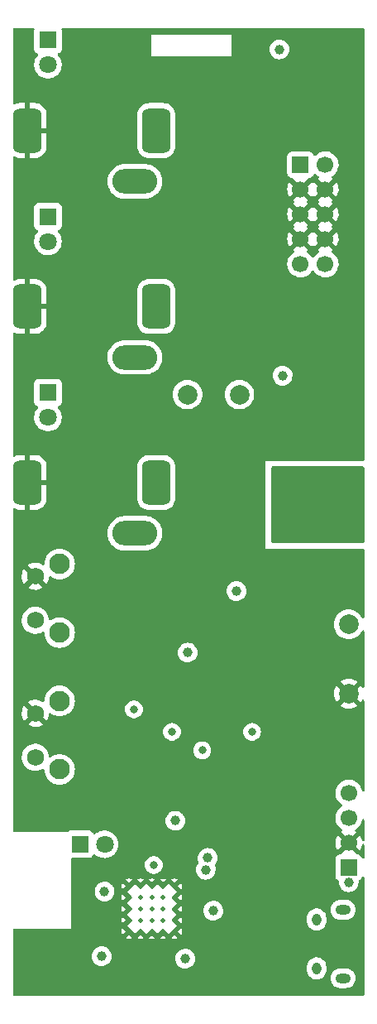
<source format=gbr>
%TF.GenerationSoftware,KiCad,Pcbnew,(6.0.4)*%
%TF.CreationDate,2022-03-21T16:46:14+00:00*%
%TF.ProjectId,Ball_Base_Components,42616c6c-5f42-4617-9365-5f436f6d706f,rev?*%
%TF.SameCoordinates,Original*%
%TF.FileFunction,Copper,L2,Inr*%
%TF.FilePolarity,Positive*%
%FSLAX46Y46*%
G04 Gerber Fmt 4.6, Leading zero omitted, Abs format (unit mm)*
G04 Created by KiCad (PCBNEW (6.0.4)) date 2022-03-21 16:46:14*
%MOMM*%
%LPD*%
G01*
G04 APERTURE LIST*
G04 Aperture macros list*
%AMRoundRect*
0 Rectangle with rounded corners*
0 $1 Rounding radius*
0 $2 $3 $4 $5 $6 $7 $8 $9 X,Y pos of 4 corners*
0 Add a 4 corners polygon primitive as box body*
4,1,4,$2,$3,$4,$5,$6,$7,$8,$9,$2,$3,0*
0 Add four circle primitives for the rounded corners*
1,1,$1+$1,$2,$3*
1,1,$1+$1,$4,$5*
1,1,$1+$1,$6,$7*
1,1,$1+$1,$8,$9*
0 Add four rect primitives between the rounded corners*
20,1,$1+$1,$2,$3,$4,$5,0*
20,1,$1+$1,$4,$5,$6,$7,0*
20,1,$1+$1,$6,$7,$8,$9,0*
20,1,$1+$1,$8,$9,$2,$3,0*%
G04 Aperture macros list end*
%TA.AperFunction,ComponentPad*%
%ADD10R,1.800000X1.800000*%
%TD*%
%TA.AperFunction,ComponentPad*%
%ADD11C,1.800000*%
%TD*%
%TA.AperFunction,ComponentPad*%
%ADD12C,2.000000*%
%TD*%
%TA.AperFunction,ComponentPad*%
%ADD13R,1.700000X1.700000*%
%TD*%
%TA.AperFunction,ComponentPad*%
%ADD14C,1.700000*%
%TD*%
%TA.AperFunction,ComponentPad*%
%ADD15O,0.950000X1.250000*%
%TD*%
%TA.AperFunction,ComponentPad*%
%ADD16O,1.550000X1.000000*%
%TD*%
%TA.AperFunction,ComponentPad*%
%ADD17RoundRect,0.725000X-0.725000X1.575000X-0.725000X-1.575000X0.725000X-1.575000X0.725000X1.575000X0*%
%TD*%
%TA.AperFunction,ComponentPad*%
%ADD18O,4.600000X2.500000*%
%TD*%
%TA.AperFunction,ComponentPad*%
%ADD19C,0.500000*%
%TD*%
%TA.AperFunction,ComponentPad*%
%ADD20C,2.100000*%
%TD*%
%TA.AperFunction,ComponentPad*%
%ADD21C,1.750000*%
%TD*%
%TA.AperFunction,ViaPad*%
%ADD22C,0.800000*%
%TD*%
%TA.AperFunction,ViaPad*%
%ADD23C,0.400000*%
%TD*%
%TA.AperFunction,ViaPad*%
%ADD24C,1.000000*%
%TD*%
G04 APERTURE END LIST*
D10*
%TO.N,Net-(D5-Pad1)*%
%TO.C,D5*%
X129700000Y-75800000D03*
D11*
%TO.N,Net-(D5-Pad2)*%
X129700000Y-78340000D03*
%TD*%
D10*
%TO.N,Net-(D3-Pad1)*%
%TO.C,D3*%
X132960000Y-140000000D03*
D11*
%TO.N,/LED_BLUE_OUT*%
X135500000Y-140000000D03*
%TD*%
D12*
%TO.N,VCC*%
%TO.C,TP3*%
X149300000Y-94000000D03*
%TD*%
D10*
%TO.N,Net-(D4-Pad1)*%
%TO.C,D4*%
X129700000Y-57725000D03*
D11*
%TO.N,Net-(D4-Pad2)*%
X129700000Y-60265000D03*
%TD*%
D10*
%TO.N,Net-(D6-Pad1)*%
%TO.C,D6*%
X129700000Y-93800000D03*
D11*
%TO.N,Net-(D6-Pad2)*%
X129700000Y-96340000D03*
%TD*%
D12*
%TO.N,+3V3*%
%TO.C,TP2*%
X160500000Y-117500000D03*
%TD*%
D13*
%TO.N,+3V3*%
%TO.C,J2*%
X160500000Y-142380000D03*
D14*
%TO.N,GND*%
X160500000Y-139840000D03*
%TO.N,/SWIO*%
X160500000Y-137300000D03*
%TO.N,/SWCLK*%
X160500000Y-134760000D03*
%TD*%
D15*
%TO.N,*%
%TO.C,J3*%
X157215000Y-152700000D03*
X157215000Y-147700000D03*
D16*
X159915000Y-146700000D03*
%TO.N,unconnected-(J3-Pad6)*%
X159915000Y-153700000D03*
%TD*%
D17*
%TO.N,GND*%
%TO.C,J5*%
X127600000Y-85000000D03*
D18*
%TO.N,unconnected-(J5-Pad2)*%
X138600000Y-90200000D03*
D17*
%TO.N,/Y_Filtered*%
X140800000Y-85000000D03*
%TD*%
D12*
%TO.N,GND*%
%TO.C,TP1*%
X160500000Y-124600000D03*
%TD*%
D17*
%TO.N,GND*%
%TO.C,J6*%
X127600000Y-103000000D03*
D18*
%TO.N,unconnected-(J6-Pad2)*%
X138600000Y-108200000D03*
D17*
%TO.N,/Z_Filtered*%
X140800000Y-103000000D03*
%TD*%
D19*
%TO.N,GND*%
%TO.C,U1*%
X142661250Y-145437500D03*
X138011250Y-145437500D03*
X138011250Y-147762500D03*
X139173750Y-145437500D03*
X142661250Y-144275000D03*
X139173750Y-147762500D03*
X140336250Y-147762500D03*
X139173750Y-146600000D03*
X141498750Y-146600000D03*
X142661250Y-146600000D03*
X141498750Y-147762500D03*
X140336250Y-145437500D03*
X139173750Y-144275000D03*
X140336250Y-148925000D03*
X138011250Y-148925000D03*
X141498750Y-148925000D03*
X138011250Y-146600000D03*
X140336250Y-146600000D03*
X142661250Y-147762500D03*
X140336250Y-144275000D03*
X139173750Y-148925000D03*
X141498750Y-145437500D03*
X141498750Y-144275000D03*
X142661250Y-148925000D03*
X138011250Y-144275000D03*
%TD*%
D20*
%TO.N,*%
%TO.C,CONNECT1*%
X130890000Y-125340000D03*
X130890000Y-132350000D03*
D21*
%TO.N,/CONNECT*%
X128400000Y-131100000D03*
%TO.N,GND*%
X128400000Y-126600000D03*
%TD*%
D13*
%TO.N,-12V*%
%TO.C,J1*%
X155562500Y-70500000D03*
D14*
X158102500Y-70500000D03*
%TO.N,GND*%
X155562500Y-73040000D03*
X158102500Y-73040000D03*
X155562500Y-75580000D03*
X158102500Y-75580000D03*
X155562500Y-78120000D03*
X158102500Y-78120000D03*
%TO.N,+12V*%
X155562500Y-80660000D03*
X158102500Y-80660000D03*
%TD*%
D20*
%TO.N,*%
%TO.C,RESET1*%
X130890000Y-118350000D03*
X130890000Y-111340000D03*
D21*
%TO.N,/RESET*%
X128400000Y-117100000D03*
%TO.N,GND*%
X128400000Y-112600000D03*
%TD*%
D12*
%TO.N,VEE*%
%TO.C,TP4*%
X144000000Y-94000000D03*
%TD*%
D17*
%TO.N,GND*%
%TO.C,J4*%
X127600000Y-67000000D03*
D18*
%TO.N,unconnected-(J4-Pad2)*%
X138600000Y-72200000D03*
D17*
%TO.N,/X_Filtered*%
X140800000Y-67000000D03*
%TD*%
D22*
%TO.N,GND*%
X149400000Y-146300000D03*
X155100000Y-145600000D03*
X153000000Y-88900000D03*
D23*
X126900000Y-138300000D03*
D24*
X147436250Y-142600000D03*
X154700000Y-121200000D03*
D23*
X128900000Y-138300000D03*
X130936250Y-149100000D03*
D22*
X159600000Y-95000000D03*
D23*
X136055424Y-148410500D03*
X132536250Y-145100000D03*
D22*
X129800000Y-136000000D03*
X143636250Y-153200000D03*
X146200000Y-83600000D03*
D23*
X132536250Y-145900000D03*
D22*
X149400000Y-79200000D03*
X146700000Y-136800000D03*
D24*
X155850000Y-112750000D03*
D22*
X140536250Y-138900000D03*
X156300000Y-136200000D03*
D23*
X132536250Y-138300000D03*
D24*
X158800000Y-112800000D03*
D22*
X139836250Y-153200000D03*
D24*
X154500000Y-131900000D03*
D22*
X136500000Y-98600000D03*
D23*
X134036250Y-147180000D03*
D22*
X161100000Y-110800000D03*
D24*
X154500000Y-128000000D03*
D23*
X132536250Y-143500000D03*
D22*
X151000000Y-148900000D03*
X132900000Y-134300000D03*
D23*
X134016250Y-148480000D03*
D22*
X141500000Y-74000000D03*
X149400000Y-91000000D03*
D24*
X146536250Y-139800000D03*
D22*
X138600000Y-117100000D03*
D23*
X127900000Y-138300000D03*
D22*
X155100000Y-152200000D03*
X143100000Y-91000000D03*
D24*
X148636250Y-143800000D03*
D22*
X133400000Y-75800000D03*
D23*
X129836250Y-138300000D03*
X134976250Y-147200000D03*
X129936250Y-149100000D03*
D22*
X141436250Y-153200000D03*
D24*
X148436250Y-147800000D03*
D23*
X132536250Y-142700000D03*
X131636250Y-138300000D03*
D22*
X153200000Y-110700000D03*
D24*
X136200000Y-135700000D03*
D22*
X157500000Y-88900000D03*
X133300000Y-57600000D03*
X139600000Y-113400000D03*
X161600000Y-97100000D03*
D23*
X130736250Y-138300000D03*
X135006250Y-148460000D03*
D22*
X157300000Y-62300000D03*
X155200000Y-86300000D03*
D23*
X128900000Y-149100000D03*
X131936250Y-149100000D03*
D24*
X141206767Y-151105441D03*
D22*
X144136250Y-138900000D03*
X135500000Y-120200000D03*
D23*
X132966250Y-148530000D03*
D22*
X155200000Y-64600000D03*
X130736250Y-154600000D03*
X146200000Y-68900000D03*
X139000000Y-81200000D03*
D24*
X138500000Y-124600000D03*
D22*
X128000000Y-107800000D03*
D24*
X155900000Y-148900000D03*
D22*
X126900000Y-132700000D03*
X133636250Y-151700000D03*
X153724500Y-82643152D03*
D23*
X126900000Y-149100000D03*
D22*
X150200000Y-57800000D03*
D23*
X132986250Y-147160000D03*
D22*
X153200000Y-62300000D03*
X155100000Y-154600000D03*
X137000000Y-110800000D03*
D23*
X127900000Y-149100000D03*
X132536250Y-141900000D03*
D22*
X132336250Y-150400000D03*
D23*
X132536250Y-144300000D03*
D24*
%TO.N,+3V3*%
X153800000Y-105400000D03*
X143755000Y-151700000D03*
X145855000Y-142600000D03*
X135496250Y-144840000D03*
X157300000Y-105400000D03*
X160800000Y-103300000D03*
X146055000Y-141400000D03*
X160500000Y-143870000D03*
X153800000Y-107400000D03*
X142736250Y-137600000D03*
X135206250Y-151460000D03*
X160800000Y-107400000D03*
X153800000Y-103300000D03*
X146636250Y-146800000D03*
X160800000Y-105400000D03*
D22*
%TO.N,/RESET*%
X140531913Y-142118089D03*
D24*
%TO.N,VCC*%
X153724500Y-92077373D03*
X149000000Y-114100000D03*
D22*
X150600000Y-128500000D03*
%TO.N,VEE*%
X142400000Y-128500000D03*
D24*
X153400000Y-58700000D03*
X144000000Y-120400000D03*
D22*
%TO.N,Net-(D5-Pad1)*%
X145500000Y-130400000D03*
X138500000Y-126200000D03*
%TD*%
%TA.AperFunction,Conductor*%
%TO.N,+3V3*%
G36*
X162033621Y-101370002D02*
G01*
X162080114Y-101423658D01*
X162091500Y-101476000D01*
X162091500Y-109074000D01*
X162071498Y-109142121D01*
X162017842Y-109188614D01*
X161965500Y-109200000D01*
X152726000Y-109200000D01*
X152657879Y-109179998D01*
X152611386Y-109126342D01*
X152600000Y-109074000D01*
X152600000Y-101476000D01*
X152620002Y-101407879D01*
X152673658Y-101361386D01*
X152726000Y-101350000D01*
X161965500Y-101350000D01*
X162033621Y-101370002D01*
G37*
%TD.AperFunction*%
%TD*%
%TA.AperFunction,Conductor*%
%TO.N,GND*%
G36*
X128261873Y-56528502D02*
G01*
X128308366Y-56582158D01*
X128318470Y-56652432D01*
X128311736Y-56678724D01*
X128298255Y-56714684D01*
X128291500Y-56776866D01*
X128291500Y-58673134D01*
X128298255Y-58735316D01*
X128349385Y-58871705D01*
X128436739Y-58988261D01*
X128553295Y-59075615D01*
X128561704Y-59078767D01*
X128561705Y-59078768D01*
X128621164Y-59101058D01*
X128677929Y-59143699D01*
X128702629Y-59210261D01*
X128687422Y-59279609D01*
X128668029Y-59306091D01*
X128601639Y-59375564D01*
X128598725Y-59379836D01*
X128598724Y-59379837D01*
X128585568Y-59399123D01*
X128471119Y-59566899D01*
X128373602Y-59776981D01*
X128311707Y-60000169D01*
X128287095Y-60230469D01*
X128287392Y-60235622D01*
X128287392Y-60235625D01*
X128293067Y-60334041D01*
X128300427Y-60461697D01*
X128301564Y-60466743D01*
X128301565Y-60466749D01*
X128333741Y-60609523D01*
X128351346Y-60687642D01*
X128353288Y-60692424D01*
X128353289Y-60692428D01*
X128436540Y-60897450D01*
X128438484Y-60902237D01*
X128559501Y-61099719D01*
X128711147Y-61274784D01*
X128889349Y-61422730D01*
X129089322Y-61539584D01*
X129305694Y-61622209D01*
X129310760Y-61623240D01*
X129310761Y-61623240D01*
X129363846Y-61634040D01*
X129532656Y-61668385D01*
X129663324Y-61673176D01*
X129758949Y-61676683D01*
X129758953Y-61676683D01*
X129764113Y-61676872D01*
X129769233Y-61676216D01*
X129769235Y-61676216D01*
X129842270Y-61666860D01*
X129993847Y-61647442D01*
X129998795Y-61645957D01*
X129998802Y-61645956D01*
X130210747Y-61582369D01*
X130215690Y-61580886D01*
X130296236Y-61541427D01*
X130419049Y-61481262D01*
X130419052Y-61481260D01*
X130423684Y-61478991D01*
X130612243Y-61344494D01*
X130776303Y-61181005D01*
X130911458Y-60992917D01*
X130958641Y-60897450D01*
X131011784Y-60789922D01*
X131011785Y-60789920D01*
X131014078Y-60785280D01*
X131081408Y-60563671D01*
X131111640Y-60334041D01*
X131113327Y-60265000D01*
X131107032Y-60188434D01*
X131094773Y-60039318D01*
X131094772Y-60039312D01*
X131094349Y-60034167D01*
X131037925Y-59809533D01*
X131035866Y-59804797D01*
X130947630Y-59601868D01*
X130947628Y-59601865D01*
X130945570Y-59597131D01*
X130819764Y-59402665D01*
X130817339Y-59400000D01*
X140300000Y-59400000D01*
X148500000Y-59400000D01*
X148500000Y-58685851D01*
X152386719Y-58685851D01*
X152403268Y-58882934D01*
X152457783Y-59073050D01*
X152548187Y-59248956D01*
X152671035Y-59403953D01*
X152821650Y-59532136D01*
X152994294Y-59628624D01*
X153182392Y-59689740D01*
X153378777Y-59713158D01*
X153384912Y-59712686D01*
X153384914Y-59712686D01*
X153569830Y-59698457D01*
X153569834Y-59698456D01*
X153575972Y-59697984D01*
X153766463Y-59644798D01*
X153771967Y-59642018D01*
X153771969Y-59642017D01*
X153937495Y-59558404D01*
X153937497Y-59558403D01*
X153942996Y-59555625D01*
X154098847Y-59433861D01*
X154228078Y-59284145D01*
X154325769Y-59112179D01*
X154388197Y-58924513D01*
X154412985Y-58728295D01*
X154413380Y-58700000D01*
X154394080Y-58503167D01*
X154336916Y-58313831D01*
X154244066Y-58139204D01*
X154173709Y-58052938D01*
X154122960Y-57990713D01*
X154122957Y-57990710D01*
X154119065Y-57985938D01*
X154112724Y-57980692D01*
X153971425Y-57863799D01*
X153971421Y-57863797D01*
X153966675Y-57859870D01*
X153792701Y-57765802D01*
X153603768Y-57707318D01*
X153597643Y-57706674D01*
X153597642Y-57706674D01*
X153413204Y-57687289D01*
X153413202Y-57687289D01*
X153407075Y-57686645D01*
X153324576Y-57694153D01*
X153216251Y-57704011D01*
X153216248Y-57704012D01*
X153210112Y-57704570D01*
X153204206Y-57706308D01*
X153204202Y-57706309D01*
X153099076Y-57737249D01*
X153020381Y-57760410D01*
X153014923Y-57763263D01*
X153014919Y-57763265D01*
X152924147Y-57810720D01*
X152845110Y-57852040D01*
X152690975Y-57975968D01*
X152563846Y-58127474D01*
X152560879Y-58132872D01*
X152560875Y-58132877D01*
X152557397Y-58139204D01*
X152468567Y-58300787D01*
X152466706Y-58306654D01*
X152466705Y-58306656D01*
X152410627Y-58483436D01*
X152408765Y-58489306D01*
X152386719Y-58685851D01*
X148500000Y-58685851D01*
X148500000Y-57200000D01*
X140300000Y-57200000D01*
X140300000Y-59400000D01*
X130817339Y-59400000D01*
X130813267Y-59395525D01*
X130729848Y-59303848D01*
X130698796Y-59240002D01*
X130707192Y-59169504D01*
X130752369Y-59114736D01*
X130778812Y-59101067D01*
X130838297Y-59078767D01*
X130846705Y-59075615D01*
X130963261Y-58988261D01*
X131050615Y-58871705D01*
X131101745Y-58735316D01*
X131108500Y-58673134D01*
X131108500Y-56776866D01*
X131101745Y-56714684D01*
X131088266Y-56678728D01*
X131083083Y-56607924D01*
X131117003Y-56545554D01*
X131179258Y-56511425D01*
X131206248Y-56508500D01*
X161965500Y-56508500D01*
X162033621Y-56528502D01*
X162080114Y-56582158D01*
X162091500Y-56634500D01*
X162091500Y-100674000D01*
X162071498Y-100742121D01*
X162017842Y-100788614D01*
X161965500Y-100800000D01*
X152000000Y-100800000D01*
X152000000Y-109750000D01*
X161965500Y-109750000D01*
X162033621Y-109770002D01*
X162080114Y-109823658D01*
X162091500Y-109876000D01*
X162091500Y-116766874D01*
X162071498Y-116834995D01*
X162017842Y-116881488D01*
X161947568Y-116891592D01*
X161882988Y-116862098D01*
X161853631Y-116821383D01*
X161852381Y-116822020D01*
X161850135Y-116817611D01*
X161848240Y-116813037D01*
X161819951Y-116766874D01*
X161726759Y-116614798D01*
X161726755Y-116614792D01*
X161724176Y-116610584D01*
X161569969Y-116430031D01*
X161389416Y-116275824D01*
X161385208Y-116273245D01*
X161385202Y-116273241D01*
X161191183Y-116154346D01*
X161186963Y-116151760D01*
X161182393Y-116149867D01*
X161182389Y-116149865D01*
X160972167Y-116062789D01*
X160972165Y-116062788D01*
X160967594Y-116060895D01*
X160887391Y-116041640D01*
X160741524Y-116006620D01*
X160741518Y-116006619D01*
X160736711Y-116005465D01*
X160500000Y-115986835D01*
X160263289Y-116005465D01*
X160258482Y-116006619D01*
X160258476Y-116006620D01*
X160112609Y-116041640D01*
X160032406Y-116060895D01*
X160027835Y-116062788D01*
X160027833Y-116062789D01*
X159817611Y-116149865D01*
X159817607Y-116149867D01*
X159813037Y-116151760D01*
X159808817Y-116154346D01*
X159614798Y-116273241D01*
X159614792Y-116273245D01*
X159610584Y-116275824D01*
X159430031Y-116430031D01*
X159275824Y-116610584D01*
X159273245Y-116614792D01*
X159273241Y-116614798D01*
X159180049Y-116766874D01*
X159151760Y-116813037D01*
X159149867Y-116817607D01*
X159149865Y-116817611D01*
X159062789Y-117027833D01*
X159060895Y-117032406D01*
X159044667Y-117100000D01*
X159009960Y-117244567D01*
X159005465Y-117263289D01*
X158986835Y-117500000D01*
X159005465Y-117736711D01*
X159060895Y-117967594D01*
X159062788Y-117972165D01*
X159062789Y-117972167D01*
X159148383Y-118178809D01*
X159151760Y-118186963D01*
X159154346Y-118191183D01*
X159273241Y-118385202D01*
X159273245Y-118385208D01*
X159275824Y-118389416D01*
X159430031Y-118569969D01*
X159610584Y-118724176D01*
X159614792Y-118726755D01*
X159614798Y-118726759D01*
X159780465Y-118828280D01*
X159813037Y-118848240D01*
X159817607Y-118850133D01*
X159817611Y-118850135D01*
X160027833Y-118937211D01*
X160032406Y-118939105D01*
X160112609Y-118958360D01*
X160258476Y-118993380D01*
X160258482Y-118993381D01*
X160263289Y-118994535D01*
X160500000Y-119013165D01*
X160736711Y-118994535D01*
X160741518Y-118993381D01*
X160741524Y-118993380D01*
X160887391Y-118958360D01*
X160967594Y-118939105D01*
X160972167Y-118937211D01*
X161182389Y-118850135D01*
X161182393Y-118850133D01*
X161186963Y-118848240D01*
X161219535Y-118828280D01*
X161385202Y-118726759D01*
X161385208Y-118726755D01*
X161389416Y-118724176D01*
X161569969Y-118569969D01*
X161724176Y-118389416D01*
X161726755Y-118385208D01*
X161726759Y-118385202D01*
X161845654Y-118191183D01*
X161848240Y-118186963D01*
X161850135Y-118182389D01*
X161852381Y-118177980D01*
X161854009Y-118178809D01*
X161893630Y-118129633D01*
X161960992Y-118107207D01*
X162029785Y-118124759D01*
X162078167Y-118176716D01*
X162091500Y-118233126D01*
X162091500Y-123868181D01*
X162071498Y-123936302D01*
X162017842Y-123982795D01*
X161947568Y-123992899D01*
X161882988Y-123963405D01*
X161852943Y-123921740D01*
X161851937Y-123922253D01*
X161845205Y-123909042D01*
X161742568Y-123741555D01*
X161732110Y-123732093D01*
X161723334Y-123735876D01*
X160872022Y-124587188D01*
X160864408Y-124601132D01*
X160864539Y-124602965D01*
X160868790Y-124609580D01*
X161720290Y-125461080D01*
X161732670Y-125467840D01*
X161740320Y-125462113D01*
X161845205Y-125290958D01*
X161851937Y-125277747D01*
X161853264Y-125278423D01*
X161893635Y-125228323D01*
X161960998Y-125205899D01*
X162029790Y-125223455D01*
X162078170Y-125275415D01*
X162091500Y-125331819D01*
X162091500Y-134500470D01*
X162071498Y-134568591D01*
X162017842Y-134615084D01*
X161947568Y-134625188D01*
X161882988Y-134595694D01*
X161843296Y-134531166D01*
X161791691Y-134325720D01*
X161790431Y-134320702D01*
X161701354Y-134115840D01*
X161580014Y-133928277D01*
X161429670Y-133763051D01*
X161425619Y-133759852D01*
X161425615Y-133759848D01*
X161258414Y-133627800D01*
X161258410Y-133627798D01*
X161254359Y-133624598D01*
X161230696Y-133611535D01*
X161202136Y-133595769D01*
X161058789Y-133516638D01*
X161053920Y-133514914D01*
X161053916Y-133514912D01*
X160853087Y-133443795D01*
X160853083Y-133443794D01*
X160848212Y-133442069D01*
X160843119Y-133441162D01*
X160843116Y-133441161D01*
X160633373Y-133403800D01*
X160633367Y-133403799D01*
X160628284Y-133402894D01*
X160554452Y-133401992D01*
X160410081Y-133400228D01*
X160410079Y-133400228D01*
X160404911Y-133400165D01*
X160184091Y-133433955D01*
X159971756Y-133503357D01*
X159773607Y-133606507D01*
X159769474Y-133609610D01*
X159769471Y-133609612D01*
X159745247Y-133627800D01*
X159594965Y-133740635D01*
X159440629Y-133902138D01*
X159437715Y-133906410D01*
X159437714Y-133906411D01*
X159433002Y-133913319D01*
X159314743Y-134086680D01*
X159220688Y-134289305D01*
X159160989Y-134504570D01*
X159137251Y-134726695D01*
X159150110Y-134949715D01*
X159151247Y-134954761D01*
X159151248Y-134954767D01*
X159158225Y-134985725D01*
X159199222Y-135167639D01*
X159283266Y-135374616D01*
X159399987Y-135565088D01*
X159546250Y-135733938D01*
X159718126Y-135876632D01*
X159788595Y-135917811D01*
X159791445Y-135919476D01*
X159840169Y-135971114D01*
X159853240Y-136040897D01*
X159826509Y-136106669D01*
X159786055Y-136140027D01*
X159773607Y-136146507D01*
X159769474Y-136149610D01*
X159769471Y-136149612D01*
X159745247Y-136167800D01*
X159594965Y-136280635D01*
X159440629Y-136442138D01*
X159314743Y-136626680D01*
X159299894Y-136658670D01*
X159252919Y-136759870D01*
X159220688Y-136829305D01*
X159160989Y-137044570D01*
X159137251Y-137266695D01*
X159137548Y-137271848D01*
X159137548Y-137271851D01*
X159144673Y-137395425D01*
X159150110Y-137489715D01*
X159151247Y-137494761D01*
X159151248Y-137494767D01*
X159158225Y-137525725D01*
X159199222Y-137707639D01*
X159283266Y-137914616D01*
X159399987Y-138105088D01*
X159546250Y-138273938D01*
X159718126Y-138416632D01*
X159778359Y-138451829D01*
X159791955Y-138459774D01*
X159840679Y-138511412D01*
X159853750Y-138581195D01*
X159827019Y-138646967D01*
X159786562Y-138680327D01*
X159778460Y-138684544D01*
X159769734Y-138690039D01*
X159749677Y-138705099D01*
X159741223Y-138716427D01*
X159747968Y-138728758D01*
X160487188Y-139467978D01*
X160501132Y-139475592D01*
X160502965Y-139475461D01*
X160509580Y-139471210D01*
X161253389Y-138727401D01*
X161260410Y-138714544D01*
X161253611Y-138705213D01*
X161249559Y-138702521D01*
X161212602Y-138682120D01*
X161162631Y-138631687D01*
X161147859Y-138562245D01*
X161172975Y-138495839D01*
X161200327Y-138469232D01*
X161257932Y-138428143D01*
X161379860Y-138341173D01*
X161538096Y-138183489D01*
X161566848Y-138143477D01*
X161665435Y-138006277D01*
X161668453Y-138002077D01*
X161685729Y-137967123D01*
X161765136Y-137806453D01*
X161765137Y-137806451D01*
X161767430Y-137801811D01*
X161832370Y-137588069D01*
X161840578Y-137525725D01*
X161869301Y-137460798D01*
X161928566Y-137421707D01*
X161999558Y-137420862D01*
X162059736Y-137458533D01*
X162089995Y-137522758D01*
X162091500Y-137542172D01*
X162091500Y-139582523D01*
X162071498Y-139650644D01*
X162017842Y-139697137D01*
X161947568Y-139707241D01*
X161882988Y-139677747D01*
X161843296Y-139613219D01*
X161791214Y-139405875D01*
X161787894Y-139396124D01*
X161702972Y-139200814D01*
X161698105Y-139191739D01*
X161633063Y-139091197D01*
X161622377Y-139081995D01*
X161612812Y-139086398D01*
X160872022Y-139827188D01*
X160864408Y-139841132D01*
X160864539Y-139842965D01*
X160868790Y-139849580D01*
X161610474Y-140591264D01*
X161622484Y-140597823D01*
X161634223Y-140588855D01*
X161665004Y-140546019D01*
X161670315Y-140537180D01*
X161764670Y-140346267D01*
X161768469Y-140336672D01*
X161830376Y-140132915D01*
X161832555Y-140122834D01*
X161840578Y-140061894D01*
X161869300Y-139996967D01*
X161928565Y-139957875D01*
X161999557Y-139957030D01*
X162059736Y-139994700D01*
X162089995Y-140058925D01*
X162091500Y-140078340D01*
X162091500Y-141364179D01*
X162071498Y-141432300D01*
X162017842Y-141478793D01*
X161947568Y-141488897D01*
X161882988Y-141459403D01*
X161847518Y-141408408D01*
X161803768Y-141291705D01*
X161803767Y-141291703D01*
X161800615Y-141283295D01*
X161713261Y-141166739D01*
X161596705Y-141079385D01*
X161460316Y-141028255D01*
X161398134Y-141021500D01*
X161364452Y-141021500D01*
X161296331Y-141001498D01*
X161253177Y-140954610D01*
X161250658Y-140949868D01*
X160512812Y-140212022D01*
X160498868Y-140204408D01*
X160497035Y-140204539D01*
X160490420Y-140208790D01*
X159746737Y-140952473D01*
X159744874Y-140955885D01*
X159694672Y-141006087D01*
X159634286Y-141021500D01*
X159601866Y-141021500D01*
X159539684Y-141028255D01*
X159403295Y-141079385D01*
X159286739Y-141166739D01*
X159199385Y-141283295D01*
X159148255Y-141419684D01*
X159141500Y-141481866D01*
X159141500Y-143278134D01*
X159148255Y-143340316D01*
X159199385Y-143476705D01*
X159286739Y-143593261D01*
X159403295Y-143680615D01*
X159411704Y-143683767D01*
X159419575Y-143688077D01*
X159418746Y-143689591D01*
X159467049Y-143725875D01*
X159491751Y-143792436D01*
X159491272Y-143815258D01*
X159486719Y-143855851D01*
X159490461Y-143900410D01*
X159494527Y-143948832D01*
X159503268Y-144052934D01*
X159557783Y-144243050D01*
X159648187Y-144418956D01*
X159771035Y-144573953D01*
X159775728Y-144577947D01*
X159775729Y-144577948D01*
X159843265Y-144635425D01*
X159921650Y-144702136D01*
X160094294Y-144798624D01*
X160282392Y-144859740D01*
X160478777Y-144883158D01*
X160484912Y-144882686D01*
X160484914Y-144882686D01*
X160669830Y-144868457D01*
X160669834Y-144868456D01*
X160675972Y-144867984D01*
X160866463Y-144814798D01*
X160871967Y-144812018D01*
X160871969Y-144812017D01*
X161037495Y-144728404D01*
X161037497Y-144728403D01*
X161042996Y-144725625D01*
X161198847Y-144603861D01*
X161313285Y-144471283D01*
X161324049Y-144458813D01*
X161324050Y-144458811D01*
X161328078Y-144454145D01*
X161425769Y-144282179D01*
X161488197Y-144094513D01*
X161512985Y-143898295D01*
X161513380Y-143870000D01*
X161507866Y-143813767D01*
X161521125Y-143744021D01*
X161569987Y-143692514D01*
X161587322Y-143684301D01*
X161588299Y-143683766D01*
X161596705Y-143680615D01*
X161603884Y-143675235D01*
X161603887Y-143675233D01*
X161706081Y-143598642D01*
X161713261Y-143593261D01*
X161800615Y-143476705D01*
X161847518Y-143351592D01*
X161890159Y-143294827D01*
X161956721Y-143270127D01*
X162026070Y-143285334D01*
X162076188Y-143335620D01*
X162091500Y-143395821D01*
X162091500Y-155365500D01*
X162071498Y-155433621D01*
X162017842Y-155480114D01*
X161965500Y-155491500D01*
X126234500Y-155491500D01*
X126166379Y-155471498D01*
X126119886Y-155417842D01*
X126108500Y-155365500D01*
X126108500Y-152899934D01*
X156231500Y-152899934D01*
X156231823Y-152903113D01*
X156241236Y-152995781D01*
X156246619Y-153048780D01*
X156306369Y-153239440D01*
X156403235Y-153414191D01*
X156533261Y-153565896D01*
X156538298Y-153569803D01*
X156538300Y-153569805D01*
X156686093Y-153684445D01*
X156686096Y-153684447D01*
X156691137Y-153688357D01*
X156696863Y-153691175D01*
X156696867Y-153691177D01*
X156864682Y-153773752D01*
X156870411Y-153776571D01*
X156959906Y-153799883D01*
X157057580Y-153825325D01*
X157057583Y-153825325D01*
X157063762Y-153826935D01*
X157157256Y-153831835D01*
X157256911Y-153837058D01*
X157256915Y-153837058D01*
X157263292Y-153837392D01*
X157460848Y-153807514D01*
X157648361Y-153738523D01*
X157721903Y-153692925D01*
X158626645Y-153692925D01*
X158644570Y-153889888D01*
X158700410Y-154079619D01*
X158703263Y-154085077D01*
X158703265Y-154085081D01*
X158750720Y-154175853D01*
X158792040Y-154254890D01*
X158915968Y-154409025D01*
X158920692Y-154412989D01*
X158927933Y-154419065D01*
X159067474Y-154536154D01*
X159072872Y-154539121D01*
X159072877Y-154539125D01*
X159216180Y-154617905D01*
X159240787Y-154631433D01*
X159246654Y-154633294D01*
X159246656Y-154633295D01*
X159423436Y-154689373D01*
X159429306Y-154691235D01*
X159583227Y-154708500D01*
X160239769Y-154708500D01*
X160242825Y-154708200D01*
X160242832Y-154708200D01*
X160301340Y-154702463D01*
X160386833Y-154694080D01*
X160392734Y-154692298D01*
X160392736Y-154692298D01*
X160466053Y-154670162D01*
X160576169Y-154636916D01*
X160750796Y-154544066D01*
X160837062Y-154473709D01*
X160899287Y-154422960D01*
X160899290Y-154422957D01*
X160904062Y-154419065D01*
X160916344Y-154404219D01*
X161026201Y-154271425D01*
X161026203Y-154271421D01*
X161030130Y-154266675D01*
X161124198Y-154092701D01*
X161182682Y-153903768D01*
X161189658Y-153837392D01*
X161202711Y-153713204D01*
X161202711Y-153713202D01*
X161203355Y-153707075D01*
X161195847Y-153624576D01*
X161185989Y-153516251D01*
X161185988Y-153516248D01*
X161185430Y-153510112D01*
X161158627Y-153419040D01*
X161131330Y-153326294D01*
X161129590Y-153320381D01*
X161119919Y-153301881D01*
X161040813Y-153150568D01*
X161037960Y-153145110D01*
X160914032Y-152990975D01*
X160907727Y-152985684D01*
X160861352Y-152946771D01*
X160762526Y-152863846D01*
X160757128Y-152860879D01*
X160757123Y-152860875D01*
X160594608Y-152771533D01*
X160594609Y-152771533D01*
X160589213Y-152768567D01*
X160583346Y-152766706D01*
X160583344Y-152766705D01*
X160406564Y-152710627D01*
X160406563Y-152710627D01*
X160400694Y-152708765D01*
X160246773Y-152691500D01*
X159590231Y-152691500D01*
X159587175Y-152691800D01*
X159587168Y-152691800D01*
X159541012Y-152696326D01*
X159443167Y-152705920D01*
X159437266Y-152707702D01*
X159437264Y-152707702D01*
X159363947Y-152729838D01*
X159253831Y-152763084D01*
X159079204Y-152855934D01*
X159025255Y-152899934D01*
X158930713Y-152977040D01*
X158930710Y-152977043D01*
X158925938Y-152980935D01*
X158922011Y-152985682D01*
X158922009Y-152985684D01*
X158803799Y-153128575D01*
X158803797Y-153128579D01*
X158799870Y-153133325D01*
X158705802Y-153307299D01*
X158647318Y-153496232D01*
X158646674Y-153502357D01*
X158646674Y-153502358D01*
X158632919Y-153633235D01*
X158626645Y-153692925D01*
X157721903Y-153692925D01*
X157818172Y-153633235D01*
X157963344Y-153495953D01*
X158077946Y-153332284D01*
X158157298Y-153148914D01*
X158198156Y-152953334D01*
X158198500Y-152946771D01*
X158198500Y-152500066D01*
X158191775Y-152433861D01*
X158184026Y-152357566D01*
X158184025Y-152357562D01*
X158183381Y-152351220D01*
X158134067Y-152193861D01*
X158125540Y-152166651D01*
X158125539Y-152166650D01*
X158123631Y-152160560D01*
X158026765Y-151985809D01*
X157929373Y-151872179D01*
X157900891Y-151838948D01*
X157900890Y-151838947D01*
X157896739Y-151834104D01*
X157891700Y-151830195D01*
X157743907Y-151715555D01*
X157743904Y-151715553D01*
X157738863Y-151711643D01*
X157733137Y-151708825D01*
X157733133Y-151708823D01*
X157565318Y-151626248D01*
X157559589Y-151623429D01*
X157440797Y-151592486D01*
X157372420Y-151574675D01*
X157372417Y-151574675D01*
X157366238Y-151573065D01*
X157272744Y-151568165D01*
X157173089Y-151562942D01*
X157173085Y-151562942D01*
X157166708Y-151562608D01*
X156969152Y-151592486D01*
X156963165Y-151594689D01*
X156963164Y-151594689D01*
X156787629Y-151659273D01*
X156781639Y-151661477D01*
X156611828Y-151766765D01*
X156466656Y-151904047D01*
X156352054Y-152067716D01*
X156272702Y-152251086D01*
X156231844Y-152446666D01*
X156231500Y-152453229D01*
X156231500Y-152899934D01*
X126108500Y-152899934D01*
X126108500Y-151445851D01*
X134192969Y-151445851D01*
X134209518Y-151642934D01*
X134226892Y-151703523D01*
X134246283Y-151771147D01*
X134264033Y-151833050D01*
X134354437Y-152008956D01*
X134477285Y-152163953D01*
X134481978Y-152167947D01*
X134481979Y-152167948D01*
X134618511Y-152284145D01*
X134627900Y-152292136D01*
X134800544Y-152388624D01*
X134988642Y-152449740D01*
X135185027Y-152473158D01*
X135191162Y-152472686D01*
X135191164Y-152472686D01*
X135376080Y-152458457D01*
X135376084Y-152458456D01*
X135382222Y-152457984D01*
X135572713Y-152404798D01*
X135578217Y-152402018D01*
X135578219Y-152402017D01*
X135743745Y-152318404D01*
X135743747Y-152318403D01*
X135749246Y-152315625D01*
X135905097Y-152193861D01*
X136034328Y-152044145D01*
X136132019Y-151872179D01*
X136194002Y-151685851D01*
X142741719Y-151685851D01*
X142742235Y-151691995D01*
X142754575Y-151838948D01*
X142758268Y-151882934D01*
X142759967Y-151888858D01*
X142809754Y-152062486D01*
X142812783Y-152073050D01*
X142815602Y-152078535D01*
X142854888Y-152154976D01*
X142903187Y-152248956D01*
X143026035Y-152403953D01*
X143030728Y-152407947D01*
X143030729Y-152407948D01*
X143077598Y-152447836D01*
X143176650Y-152532136D01*
X143349294Y-152628624D01*
X143537392Y-152689740D01*
X143733777Y-152713158D01*
X143739912Y-152712686D01*
X143739914Y-152712686D01*
X143924830Y-152698457D01*
X143924834Y-152698456D01*
X143930972Y-152697984D01*
X144121463Y-152644798D01*
X144126967Y-152642018D01*
X144126969Y-152642017D01*
X144292495Y-152558404D01*
X144292497Y-152558403D01*
X144297996Y-152555625D01*
X144453847Y-152433861D01*
X144573587Y-152295141D01*
X144579049Y-152288813D01*
X144579050Y-152288811D01*
X144583078Y-152284145D01*
X144680769Y-152112179D01*
X144743197Y-151924513D01*
X144767985Y-151728295D01*
X144768188Y-151713753D01*
X144768331Y-151703523D01*
X144768331Y-151703520D01*
X144768380Y-151700000D01*
X144749080Y-151503167D01*
X144691916Y-151313831D01*
X144599066Y-151139204D01*
X144528709Y-151052938D01*
X144477960Y-150990713D01*
X144477957Y-150990710D01*
X144474065Y-150985938D01*
X144467724Y-150980692D01*
X144326425Y-150863799D01*
X144326421Y-150863797D01*
X144321675Y-150859870D01*
X144147701Y-150765802D01*
X143958768Y-150707318D01*
X143952643Y-150706674D01*
X143952642Y-150706674D01*
X143768204Y-150687289D01*
X143768202Y-150687289D01*
X143762075Y-150686645D01*
X143679576Y-150694153D01*
X143571251Y-150704011D01*
X143571248Y-150704012D01*
X143565112Y-150704570D01*
X143559206Y-150706308D01*
X143559202Y-150706309D01*
X143471558Y-150732104D01*
X143375381Y-150760410D01*
X143369923Y-150763263D01*
X143369919Y-150763265D01*
X143279147Y-150810720D01*
X143200110Y-150852040D01*
X143045975Y-150975968D01*
X142918846Y-151127474D01*
X142915879Y-151132872D01*
X142915875Y-151132877D01*
X142912397Y-151139204D01*
X142823567Y-151300787D01*
X142821706Y-151306654D01*
X142821705Y-151306656D01*
X142779493Y-151439726D01*
X142763765Y-151489306D01*
X142741719Y-151685851D01*
X136194002Y-151685851D01*
X136194447Y-151684513D01*
X136219235Y-151488295D01*
X136219630Y-151460000D01*
X136200330Y-151263167D01*
X136143166Y-151073831D01*
X136050316Y-150899204D01*
X135979959Y-150812938D01*
X135929210Y-150750713D01*
X135929207Y-150750710D01*
X135925315Y-150745938D01*
X135918974Y-150740692D01*
X135777675Y-150623799D01*
X135777671Y-150623797D01*
X135772925Y-150619870D01*
X135598951Y-150525802D01*
X135410018Y-150467318D01*
X135403893Y-150466674D01*
X135403892Y-150466674D01*
X135219454Y-150447289D01*
X135219452Y-150447289D01*
X135213325Y-150446645D01*
X135130826Y-150454153D01*
X135022501Y-150464011D01*
X135022498Y-150464012D01*
X135016362Y-150464570D01*
X135010456Y-150466308D01*
X135010452Y-150466309D01*
X134905326Y-150497249D01*
X134826631Y-150520410D01*
X134821173Y-150523263D01*
X134821169Y-150523265D01*
X134730397Y-150570720D01*
X134651360Y-150612040D01*
X134497225Y-150735968D01*
X134370096Y-150887474D01*
X134367129Y-150892872D01*
X134367125Y-150892877D01*
X134321446Y-150975968D01*
X134274817Y-151060787D01*
X134272956Y-151066654D01*
X134272955Y-151066656D01*
X134216877Y-151243436D01*
X134215015Y-151249306D01*
X134192969Y-151445851D01*
X126108500Y-151445851D01*
X126108500Y-149609934D01*
X137685489Y-149609934D01*
X137688272Y-149613652D01*
X137820107Y-149662681D01*
X137833698Y-149666070D01*
X137988294Y-149686697D01*
X138002290Y-149686991D01*
X138157610Y-149672855D01*
X138171335Y-149670038D01*
X138319665Y-149621843D01*
X138328305Y-149617924D01*
X138335713Y-149609934D01*
X138847989Y-149609934D01*
X138850772Y-149613652D01*
X138982607Y-149662681D01*
X138996198Y-149666070D01*
X139150794Y-149686697D01*
X139164790Y-149686991D01*
X139320110Y-149672855D01*
X139333835Y-149670038D01*
X139482165Y-149621843D01*
X139490805Y-149617924D01*
X139498213Y-149609934D01*
X140010489Y-149609934D01*
X140013272Y-149613652D01*
X140145107Y-149662681D01*
X140158698Y-149666070D01*
X140313294Y-149686697D01*
X140327290Y-149686991D01*
X140482610Y-149672855D01*
X140496335Y-149670038D01*
X140644665Y-149621843D01*
X140653305Y-149617924D01*
X140660713Y-149609934D01*
X141172989Y-149609934D01*
X141175772Y-149613652D01*
X141307607Y-149662681D01*
X141321198Y-149666070D01*
X141475794Y-149686697D01*
X141489790Y-149686991D01*
X141645110Y-149672855D01*
X141658835Y-149670038D01*
X141807165Y-149621843D01*
X141815805Y-149617924D01*
X141823213Y-149609934D01*
X142335489Y-149609934D01*
X142338272Y-149613652D01*
X142470107Y-149662681D01*
X142483698Y-149666070D01*
X142638294Y-149686697D01*
X142652290Y-149686991D01*
X142807610Y-149672855D01*
X142821335Y-149670038D01*
X142969665Y-149621843D01*
X142978305Y-149617924D01*
X142986680Y-149608891D01*
X142983175Y-149600478D01*
X142674062Y-149291365D01*
X142660118Y-149283751D01*
X142658285Y-149283882D01*
X142651670Y-149288133D01*
X142342249Y-149597554D01*
X142335489Y-149609934D01*
X141823213Y-149609934D01*
X141824180Y-149608891D01*
X141820675Y-149600478D01*
X141511562Y-149291365D01*
X141497618Y-149283751D01*
X141495785Y-149283882D01*
X141489170Y-149288133D01*
X141179749Y-149597554D01*
X141172989Y-149609934D01*
X140660713Y-149609934D01*
X140661680Y-149608891D01*
X140658175Y-149600478D01*
X140349062Y-149291365D01*
X140335118Y-149283751D01*
X140333285Y-149283882D01*
X140326670Y-149288133D01*
X140017249Y-149597554D01*
X140010489Y-149609934D01*
X139498213Y-149609934D01*
X139499180Y-149608891D01*
X139495675Y-149600478D01*
X139186562Y-149291365D01*
X139172618Y-149283751D01*
X139170785Y-149283882D01*
X139164170Y-149288133D01*
X138854749Y-149597554D01*
X138847989Y-149609934D01*
X138335713Y-149609934D01*
X138336680Y-149608891D01*
X138333175Y-149600478D01*
X138024062Y-149291365D01*
X138010118Y-149283751D01*
X138008285Y-149283882D01*
X138001670Y-149288133D01*
X137692249Y-149597554D01*
X137685489Y-149609934D01*
X126108500Y-149609934D01*
X126108500Y-148921362D01*
X137249216Y-148921362D01*
X137264436Y-149076585D01*
X137267347Y-149090280D01*
X137316577Y-149238270D01*
X137318979Y-149243468D01*
X137326967Y-149250772D01*
X137335588Y-149247109D01*
X137644885Y-148937812D01*
X137652499Y-148923868D01*
X137652368Y-148922035D01*
X137648117Y-148915420D01*
X137338289Y-148605592D01*
X137325909Y-148598832D01*
X137322287Y-148601543D01*
X137272251Y-148739016D01*
X137268959Y-148752625D01*
X137249412Y-148907356D01*
X137249216Y-148921362D01*
X126108500Y-148921362D01*
X126108500Y-148776000D01*
X126128502Y-148707879D01*
X126182158Y-148661386D01*
X126234500Y-148650000D01*
X132061250Y-148650000D01*
X132061250Y-148344882D01*
X137788751Y-148344882D01*
X137788882Y-148346715D01*
X137793133Y-148353330D01*
X138579688Y-149139885D01*
X138593632Y-149147499D01*
X138595465Y-149147368D01*
X138602080Y-149143117D01*
X139084655Y-148660542D01*
X139146967Y-148626516D01*
X139217782Y-148631581D01*
X139262845Y-148660542D01*
X139742188Y-149139885D01*
X139756132Y-149147499D01*
X139757965Y-149147368D01*
X139764580Y-149143117D01*
X140247155Y-148660542D01*
X140309467Y-148626516D01*
X140380282Y-148631581D01*
X140425345Y-148660542D01*
X140904688Y-149139885D01*
X140918632Y-149147499D01*
X140920465Y-149147368D01*
X140927080Y-149143117D01*
X141409655Y-148660542D01*
X141471967Y-148626516D01*
X141542782Y-148631581D01*
X141587845Y-148660542D01*
X142067188Y-149139885D01*
X142081132Y-149147499D01*
X142082965Y-149147368D01*
X142089580Y-149143117D01*
X142306565Y-148926132D01*
X143020001Y-148926132D01*
X143020132Y-148927965D01*
X143024383Y-148934580D01*
X143333428Y-149243625D01*
X143345808Y-149250385D01*
X143349624Y-149247528D01*
X143397581Y-149121283D01*
X143401061Y-149107727D01*
X143423198Y-148950221D01*
X143423804Y-148942338D01*
X143423991Y-148928962D01*
X143423604Y-148921062D01*
X143405875Y-148763003D01*
X143402773Y-148749350D01*
X143351950Y-148603407D01*
X143346391Y-148598467D01*
X143337338Y-148602465D01*
X143027615Y-148912188D01*
X143020001Y-148926132D01*
X142306565Y-148926132D01*
X142876135Y-148356562D01*
X142883749Y-148342618D01*
X142883618Y-148340785D01*
X142879367Y-148334170D01*
X142396792Y-147851595D01*
X142362766Y-147789283D01*
X142364601Y-147763632D01*
X143020001Y-147763632D01*
X143020132Y-147765465D01*
X143024383Y-147772080D01*
X143333428Y-148081125D01*
X143345808Y-148087885D01*
X143349624Y-148085028D01*
X143397581Y-147958783D01*
X143401061Y-147945227D01*
X143407427Y-147899934D01*
X156231500Y-147899934D01*
X156231823Y-147903113D01*
X156237478Y-147958783D01*
X156246619Y-148048780D01*
X156306369Y-148239440D01*
X156403235Y-148414191D01*
X156533261Y-148565896D01*
X156538298Y-148569803D01*
X156538300Y-148569805D01*
X156686093Y-148684445D01*
X156686096Y-148684447D01*
X156691137Y-148688357D01*
X156696863Y-148691175D01*
X156696867Y-148691177D01*
X156821746Y-148752625D01*
X156870411Y-148776571D01*
X156959906Y-148799883D01*
X157057580Y-148825325D01*
X157057583Y-148825325D01*
X157063762Y-148826935D01*
X157157256Y-148831835D01*
X157256911Y-148837058D01*
X157256915Y-148837058D01*
X157263292Y-148837392D01*
X157460848Y-148807514D01*
X157648361Y-148738523D01*
X157791133Y-148650000D01*
X157812750Y-148636597D01*
X157812751Y-148636596D01*
X157818172Y-148633235D01*
X157850711Y-148602465D01*
X157958710Y-148500335D01*
X157963344Y-148495953D01*
X158060946Y-148356562D01*
X158074284Y-148337514D01*
X158074284Y-148337513D01*
X158077946Y-148332284D01*
X158157298Y-148148914D01*
X158198156Y-147953334D01*
X158198500Y-147946771D01*
X158198500Y-147500066D01*
X158190668Y-147422960D01*
X158184026Y-147357566D01*
X158184025Y-147357562D01*
X158183381Y-147351220D01*
X158123631Y-147160560D01*
X158026765Y-146985809D01*
X158019037Y-146976793D01*
X157900891Y-146838948D01*
X157900890Y-146838947D01*
X157896739Y-146834104D01*
X157891700Y-146830195D01*
X157743907Y-146715555D01*
X157743904Y-146715553D01*
X157738863Y-146711643D01*
X157733137Y-146708825D01*
X157733133Y-146708823D01*
X157700824Y-146692925D01*
X158626645Y-146692925D01*
X158633059Y-146763403D01*
X158639138Y-146830195D01*
X158644570Y-146889888D01*
X158646308Y-146895794D01*
X158646309Y-146895798D01*
X158672801Y-146985809D01*
X158700410Y-147079619D01*
X158703263Y-147085077D01*
X158703265Y-147085081D01*
X158739806Y-147154976D01*
X158792040Y-147254890D01*
X158915968Y-147409025D01*
X158920692Y-147412989D01*
X158927933Y-147419065D01*
X159067474Y-147536154D01*
X159072872Y-147539121D01*
X159072877Y-147539125D01*
X159184525Y-147600503D01*
X159240787Y-147631433D01*
X159246654Y-147633294D01*
X159246656Y-147633295D01*
X159373099Y-147673405D01*
X159429306Y-147691235D01*
X159583227Y-147708500D01*
X160239769Y-147708500D01*
X160242825Y-147708200D01*
X160242832Y-147708200D01*
X160301340Y-147702463D01*
X160386833Y-147694080D01*
X160392734Y-147692298D01*
X160392736Y-147692298D01*
X160504997Y-147658404D01*
X160576169Y-147636916D01*
X160750796Y-147544066D01*
X160837062Y-147473709D01*
X160899287Y-147422960D01*
X160899290Y-147422957D01*
X160904062Y-147419065D01*
X160929089Y-147388813D01*
X161026201Y-147271425D01*
X161026203Y-147271421D01*
X161030130Y-147266675D01*
X161124198Y-147092701D01*
X161182682Y-146903768D01*
X161190415Y-146830195D01*
X161202711Y-146713204D01*
X161202711Y-146713202D01*
X161203355Y-146707075D01*
X161193880Y-146602965D01*
X161185989Y-146516251D01*
X161185988Y-146516248D01*
X161185430Y-146510112D01*
X161164208Y-146438003D01*
X161131330Y-146326294D01*
X161129590Y-146320381D01*
X161119919Y-146301881D01*
X161040813Y-146150568D01*
X161037960Y-146145110D01*
X160914032Y-145990975D01*
X160907727Y-145985684D01*
X160876963Y-145959870D01*
X160762526Y-145863846D01*
X160757128Y-145860879D01*
X160757123Y-145860875D01*
X160594608Y-145771533D01*
X160594609Y-145771533D01*
X160589213Y-145768567D01*
X160583346Y-145766706D01*
X160583344Y-145766705D01*
X160406564Y-145710627D01*
X160406563Y-145710627D01*
X160400694Y-145708765D01*
X160246773Y-145691500D01*
X159590231Y-145691500D01*
X159587175Y-145691800D01*
X159587168Y-145691800D01*
X159528660Y-145697537D01*
X159443167Y-145705920D01*
X159437266Y-145707702D01*
X159437264Y-145707702D01*
X159363947Y-145729838D01*
X159253831Y-145763084D01*
X159079204Y-145855934D01*
X158992938Y-145926291D01*
X158930713Y-145977040D01*
X158930710Y-145977043D01*
X158925938Y-145980935D01*
X158922011Y-145985682D01*
X158922009Y-145985684D01*
X158803799Y-146128575D01*
X158803797Y-146128579D01*
X158799870Y-146133325D01*
X158705802Y-146307299D01*
X158647318Y-146496232D01*
X158646674Y-146502357D01*
X158646674Y-146502358D01*
X158636826Y-146596062D01*
X158626645Y-146692925D01*
X157700824Y-146692925D01*
X157565318Y-146626248D01*
X157559589Y-146623429D01*
X157440797Y-146592486D01*
X157372420Y-146574675D01*
X157372417Y-146574675D01*
X157366238Y-146573065D01*
X157272744Y-146568165D01*
X157173089Y-146562942D01*
X157173085Y-146562942D01*
X157166708Y-146562608D01*
X156969152Y-146592486D01*
X156963165Y-146594689D01*
X156963164Y-146594689D01*
X156913907Y-146612812D01*
X156781639Y-146661477D01*
X156611828Y-146766765D01*
X156607195Y-146771146D01*
X156607194Y-146771147D01*
X156580389Y-146796495D01*
X156466656Y-146904047D01*
X156352054Y-147067716D01*
X156272702Y-147251086D01*
X156231844Y-147446666D01*
X156231500Y-147453229D01*
X156231500Y-147899934D01*
X143407427Y-147899934D01*
X143423198Y-147787721D01*
X143423804Y-147779838D01*
X143423991Y-147766462D01*
X143423604Y-147758562D01*
X143405875Y-147600503D01*
X143402773Y-147586850D01*
X143351950Y-147440907D01*
X143346391Y-147435967D01*
X143337338Y-147439965D01*
X143027615Y-147749688D01*
X143020001Y-147763632D01*
X142364601Y-147763632D01*
X142367831Y-147718468D01*
X142396792Y-147673405D01*
X142876135Y-147194062D01*
X142883749Y-147180118D01*
X142883618Y-147178285D01*
X142879367Y-147171670D01*
X142396792Y-146689095D01*
X142362766Y-146626783D01*
X142364601Y-146601132D01*
X143020001Y-146601132D01*
X143020132Y-146602965D01*
X143024383Y-146609580D01*
X143333428Y-146918625D01*
X143345808Y-146925385D01*
X143349624Y-146922528D01*
X143397581Y-146796283D01*
X143400259Y-146785851D01*
X145622969Y-146785851D01*
X145623485Y-146791995D01*
X145634686Y-146925385D01*
X145639518Y-146982934D01*
X145641217Y-146988858D01*
X145690452Y-147160560D01*
X145694033Y-147173050D01*
X145784437Y-147348956D01*
X145907285Y-147503953D01*
X145911978Y-147507947D01*
X145911979Y-147507948D01*
X145992547Y-147576516D01*
X146057900Y-147632136D01*
X146230544Y-147728624D01*
X146418642Y-147789740D01*
X146615027Y-147813158D01*
X146621162Y-147812686D01*
X146621164Y-147812686D01*
X146806080Y-147798457D01*
X146806084Y-147798456D01*
X146812222Y-147797984D01*
X147002713Y-147744798D01*
X147008217Y-147742018D01*
X147008219Y-147742017D01*
X147173745Y-147658404D01*
X147173747Y-147658403D01*
X147179246Y-147655625D01*
X147335097Y-147533861D01*
X147464328Y-147384145D01*
X147562019Y-147212179D01*
X147624447Y-147024513D01*
X147649235Y-146828295D01*
X147649630Y-146800000D01*
X147630330Y-146603167D01*
X147628276Y-146596362D01*
X147598044Y-146496232D01*
X147573166Y-146413831D01*
X147480316Y-146239204D01*
X147390089Y-146128575D01*
X147359210Y-146090713D01*
X147359207Y-146090710D01*
X147355315Y-146085938D01*
X147348974Y-146080692D01*
X147207675Y-145963799D01*
X147207671Y-145963797D01*
X147202925Y-145959870D01*
X147028951Y-145865802D01*
X146840018Y-145807318D01*
X146833893Y-145806674D01*
X146833892Y-145806674D01*
X146649454Y-145787289D01*
X146649452Y-145787289D01*
X146643325Y-145786645D01*
X146560826Y-145794153D01*
X146452501Y-145804011D01*
X146452498Y-145804012D01*
X146446362Y-145804570D01*
X146440456Y-145806308D01*
X146440452Y-145806309D01*
X146360840Y-145829740D01*
X146256631Y-145860410D01*
X146251173Y-145863263D01*
X146251169Y-145863265D01*
X146160397Y-145910720D01*
X146081360Y-145952040D01*
X145927225Y-146075968D01*
X145800096Y-146227474D01*
X145797129Y-146232872D01*
X145797125Y-146232877D01*
X145718345Y-146376180D01*
X145704817Y-146400787D01*
X145702956Y-146406654D01*
X145702955Y-146406656D01*
X145655590Y-146555968D01*
X145645015Y-146589306D01*
X145622969Y-146785851D01*
X143400259Y-146785851D01*
X143401061Y-146782727D01*
X143423198Y-146625221D01*
X143423804Y-146617338D01*
X143423991Y-146603962D01*
X143423604Y-146596062D01*
X143405875Y-146438003D01*
X143402773Y-146424350D01*
X143351950Y-146278407D01*
X143346391Y-146273467D01*
X143337338Y-146277465D01*
X143027615Y-146587188D01*
X143020001Y-146601132D01*
X142364601Y-146601132D01*
X142367831Y-146555968D01*
X142396792Y-146510905D01*
X142876135Y-146031562D01*
X142883749Y-146017618D01*
X142883618Y-146015785D01*
X142879367Y-146009170D01*
X142396792Y-145526595D01*
X142362766Y-145464283D01*
X142364601Y-145438632D01*
X143020001Y-145438632D01*
X143020132Y-145440465D01*
X143024383Y-145447080D01*
X143333428Y-145756125D01*
X143345808Y-145762885D01*
X143349624Y-145760028D01*
X143397581Y-145633783D01*
X143401061Y-145620227D01*
X143423198Y-145462721D01*
X143423804Y-145454838D01*
X143423991Y-145441462D01*
X143423604Y-145433562D01*
X143405875Y-145275503D01*
X143402773Y-145261850D01*
X143351950Y-145115907D01*
X143346391Y-145110967D01*
X143337338Y-145114965D01*
X143027615Y-145424688D01*
X143020001Y-145438632D01*
X142364601Y-145438632D01*
X142367831Y-145393468D01*
X142396792Y-145348405D01*
X142876135Y-144869062D01*
X142883749Y-144855118D01*
X142883618Y-144853285D01*
X142879367Y-144846670D01*
X142308829Y-144276132D01*
X143020001Y-144276132D01*
X143020132Y-144277965D01*
X143024383Y-144284580D01*
X143333428Y-144593625D01*
X143345808Y-144600385D01*
X143349624Y-144597528D01*
X143397581Y-144471283D01*
X143401061Y-144457727D01*
X143423198Y-144300221D01*
X143423804Y-144292338D01*
X143423991Y-144278962D01*
X143423604Y-144271062D01*
X143405875Y-144113003D01*
X143402773Y-144099350D01*
X143351950Y-143953407D01*
X143346391Y-143948467D01*
X143337338Y-143952465D01*
X143027615Y-144262188D01*
X143020001Y-144276132D01*
X142308829Y-144276132D01*
X142092812Y-144060115D01*
X142078868Y-144052501D01*
X142077035Y-144052632D01*
X142070420Y-144056883D01*
X141587845Y-144539458D01*
X141525533Y-144573484D01*
X141454718Y-144568419D01*
X141409655Y-144539458D01*
X140930312Y-144060115D01*
X140916368Y-144052501D01*
X140914535Y-144052632D01*
X140907920Y-144056883D01*
X140425345Y-144539458D01*
X140363033Y-144573484D01*
X140292218Y-144568419D01*
X140247155Y-144539458D01*
X139767812Y-144060115D01*
X139753868Y-144052501D01*
X139752035Y-144052632D01*
X139745420Y-144056883D01*
X139262845Y-144539458D01*
X139200533Y-144573484D01*
X139129718Y-144568419D01*
X139084655Y-144539458D01*
X138605312Y-144060115D01*
X138591368Y-144052501D01*
X138589535Y-144052632D01*
X138582920Y-144056883D01*
X137796365Y-144843438D01*
X137788751Y-144857382D01*
X137788882Y-144859215D01*
X137793133Y-144865830D01*
X138275708Y-145348405D01*
X138309734Y-145410717D01*
X138304669Y-145481532D01*
X138275708Y-145526595D01*
X137796365Y-146005938D01*
X137788751Y-146019882D01*
X137788882Y-146021715D01*
X137793133Y-146028330D01*
X138275708Y-146510905D01*
X138309734Y-146573217D01*
X138304669Y-146644032D01*
X138275708Y-146689095D01*
X137796365Y-147168438D01*
X137788751Y-147182382D01*
X137788882Y-147184215D01*
X137793133Y-147190830D01*
X138275708Y-147673405D01*
X138309734Y-147735717D01*
X138304669Y-147806532D01*
X138275708Y-147851595D01*
X137796365Y-148330938D01*
X137788751Y-148344882D01*
X132061250Y-148344882D01*
X132061250Y-147758862D01*
X137249216Y-147758862D01*
X137264436Y-147914085D01*
X137267347Y-147927780D01*
X137316577Y-148075770D01*
X137318979Y-148080968D01*
X137326967Y-148088272D01*
X137335588Y-148084609D01*
X137644885Y-147775312D01*
X137652499Y-147761368D01*
X137652368Y-147759535D01*
X137648117Y-147752920D01*
X137338289Y-147443092D01*
X137325909Y-147436332D01*
X137322287Y-147439043D01*
X137272251Y-147576516D01*
X137268959Y-147590125D01*
X137249412Y-147744856D01*
X137249216Y-147758862D01*
X132061250Y-147758862D01*
X132061250Y-146596362D01*
X137249216Y-146596362D01*
X137264436Y-146751585D01*
X137267347Y-146765280D01*
X137316577Y-146913270D01*
X137318979Y-146918468D01*
X137326967Y-146925772D01*
X137335588Y-146922109D01*
X137644885Y-146612812D01*
X137652499Y-146598868D01*
X137652368Y-146597035D01*
X137648117Y-146590420D01*
X137338289Y-146280592D01*
X137325909Y-146273832D01*
X137322287Y-146276543D01*
X137272251Y-146414016D01*
X137268959Y-146427625D01*
X137249412Y-146582356D01*
X137249216Y-146596362D01*
X132061250Y-146596362D01*
X132061250Y-144825851D01*
X134482969Y-144825851D01*
X134499518Y-145022934D01*
X134501217Y-145028858D01*
X134525908Y-145114965D01*
X134554033Y-145213050D01*
X134644437Y-145388956D01*
X134767285Y-145543953D01*
X134917900Y-145672136D01*
X135090544Y-145768624D01*
X135278642Y-145829740D01*
X135475027Y-145853158D01*
X135481162Y-145852686D01*
X135481164Y-145852686D01*
X135666080Y-145838457D01*
X135666084Y-145838456D01*
X135672222Y-145837984D01*
X135862713Y-145784798D01*
X135868217Y-145782018D01*
X135868219Y-145782017D01*
X136033745Y-145698404D01*
X136033747Y-145698403D01*
X136039246Y-145695625D01*
X136195097Y-145573861D01*
X136304531Y-145447080D01*
X136315941Y-145433862D01*
X137249216Y-145433862D01*
X137264436Y-145589085D01*
X137267347Y-145602780D01*
X137316577Y-145750770D01*
X137318979Y-145755968D01*
X137326967Y-145763272D01*
X137335588Y-145759609D01*
X137644885Y-145450312D01*
X137652499Y-145436368D01*
X137652368Y-145434535D01*
X137648117Y-145427920D01*
X137338289Y-145118092D01*
X137325909Y-145111332D01*
X137322287Y-145114043D01*
X137272251Y-145251516D01*
X137268959Y-145265125D01*
X137249412Y-145419856D01*
X137249216Y-145433862D01*
X136315941Y-145433862D01*
X136320299Y-145428813D01*
X136320300Y-145428811D01*
X136324328Y-145424145D01*
X136422019Y-145252179D01*
X136484447Y-145064513D01*
X136509235Y-144868295D01*
X136509630Y-144840000D01*
X136490330Y-144643167D01*
X136433166Y-144453831D01*
X136340316Y-144279204D01*
X136333920Y-144271362D01*
X137249216Y-144271362D01*
X137264436Y-144426585D01*
X137267347Y-144440280D01*
X137316577Y-144588270D01*
X137318979Y-144593468D01*
X137326967Y-144600772D01*
X137335588Y-144597109D01*
X137644885Y-144287812D01*
X137652499Y-144273868D01*
X137652368Y-144272035D01*
X137648117Y-144265420D01*
X137338289Y-143955592D01*
X137325909Y-143948832D01*
X137322287Y-143951543D01*
X137272251Y-144089016D01*
X137268959Y-144102625D01*
X137249412Y-144257356D01*
X137249216Y-144271362D01*
X136333920Y-144271362D01*
X136269959Y-144192938D01*
X136219210Y-144130713D01*
X136219207Y-144130710D01*
X136215315Y-144125938D01*
X136208974Y-144120692D01*
X136067675Y-144003799D01*
X136067671Y-144003797D01*
X136062925Y-143999870D01*
X135888951Y-143905802D01*
X135700018Y-143847318D01*
X135693893Y-143846674D01*
X135693892Y-143846674D01*
X135509454Y-143827289D01*
X135509452Y-143827289D01*
X135503325Y-143826645D01*
X135420826Y-143834153D01*
X135312501Y-143844011D01*
X135312498Y-143844012D01*
X135306362Y-143844570D01*
X135300456Y-143846308D01*
X135300452Y-143846309D01*
X135195326Y-143877249D01*
X135116631Y-143900410D01*
X135111173Y-143903263D01*
X135111169Y-143903265D01*
X135024707Y-143948467D01*
X134941360Y-143992040D01*
X134787225Y-144115968D01*
X134660096Y-144267474D01*
X134657129Y-144272872D01*
X134657125Y-144272877D01*
X134642093Y-144300221D01*
X134564817Y-144440787D01*
X134562956Y-144446654D01*
X134562955Y-144446656D01*
X134513087Y-144603861D01*
X134505015Y-144629306D01*
X134482969Y-144825851D01*
X132061250Y-144825851D01*
X132061250Y-143590302D01*
X137685110Y-143590302D01*
X137688934Y-143599131D01*
X137998438Y-143908635D01*
X138012382Y-143916249D01*
X138014215Y-143916118D01*
X138020830Y-143911867D01*
X138331097Y-143601600D01*
X138337266Y-143590302D01*
X138847610Y-143590302D01*
X138851434Y-143599131D01*
X139160938Y-143908635D01*
X139174882Y-143916249D01*
X139176715Y-143916118D01*
X139183330Y-143911867D01*
X139493597Y-143601600D01*
X139499766Y-143590302D01*
X140010110Y-143590302D01*
X140013934Y-143599131D01*
X140323438Y-143908635D01*
X140337382Y-143916249D01*
X140339215Y-143916118D01*
X140345830Y-143911867D01*
X140656097Y-143601600D01*
X140662266Y-143590302D01*
X141172610Y-143590302D01*
X141176434Y-143599131D01*
X141485938Y-143908635D01*
X141499882Y-143916249D01*
X141501715Y-143916118D01*
X141508330Y-143911867D01*
X141818597Y-143601600D01*
X141824766Y-143590302D01*
X142335110Y-143590302D01*
X142338934Y-143599131D01*
X142648438Y-143908635D01*
X142662382Y-143916249D01*
X142664215Y-143916118D01*
X142670830Y-143911867D01*
X142981097Y-143601600D01*
X142987857Y-143589220D01*
X142985272Y-143585766D01*
X142984972Y-143585606D01*
X142842070Y-143534720D01*
X142828445Y-143531524D01*
X142673568Y-143513057D01*
X142659571Y-143512959D01*
X142504457Y-143529262D01*
X142490783Y-143532268D01*
X142343134Y-143582532D01*
X142341363Y-143583366D01*
X142335110Y-143590302D01*
X141824766Y-143590302D01*
X141825357Y-143589220D01*
X141822772Y-143585766D01*
X141822472Y-143585606D01*
X141679570Y-143534720D01*
X141665945Y-143531524D01*
X141511068Y-143513057D01*
X141497071Y-143512959D01*
X141341957Y-143529262D01*
X141328283Y-143532268D01*
X141180634Y-143582532D01*
X141178863Y-143583366D01*
X141172610Y-143590302D01*
X140662266Y-143590302D01*
X140662857Y-143589220D01*
X140660272Y-143585766D01*
X140659972Y-143585606D01*
X140517070Y-143534720D01*
X140503445Y-143531524D01*
X140348568Y-143513057D01*
X140334571Y-143512959D01*
X140179457Y-143529262D01*
X140165783Y-143532268D01*
X140018134Y-143582532D01*
X140016363Y-143583366D01*
X140010110Y-143590302D01*
X139499766Y-143590302D01*
X139500357Y-143589220D01*
X139497772Y-143585766D01*
X139497472Y-143585606D01*
X139354570Y-143534720D01*
X139340945Y-143531524D01*
X139186068Y-143513057D01*
X139172071Y-143512959D01*
X139016957Y-143529262D01*
X139003283Y-143532268D01*
X138855634Y-143582532D01*
X138853863Y-143583366D01*
X138847610Y-143590302D01*
X138337266Y-143590302D01*
X138337857Y-143589220D01*
X138335272Y-143585766D01*
X138334972Y-143585606D01*
X138192070Y-143534720D01*
X138178445Y-143531524D01*
X138023568Y-143513057D01*
X138009571Y-143512959D01*
X137854457Y-143529262D01*
X137840783Y-143532268D01*
X137693134Y-143582532D01*
X137691363Y-143583366D01*
X137685110Y-143590302D01*
X132061250Y-143590302D01*
X132061250Y-142118089D01*
X139618409Y-142118089D01*
X139638371Y-142308017D01*
X139697386Y-142489645D01*
X139792873Y-142655033D01*
X139920660Y-142796955D01*
X140075161Y-142909207D01*
X140081189Y-142911891D01*
X140081191Y-142911892D01*
X140205243Y-142967123D01*
X140249625Y-142986883D01*
X140341097Y-143006326D01*
X140429969Y-143025217D01*
X140429974Y-143025217D01*
X140436426Y-143026589D01*
X140627400Y-143026589D01*
X140633852Y-143025217D01*
X140633857Y-143025217D01*
X140722729Y-143006326D01*
X140814201Y-142986883D01*
X140858583Y-142967123D01*
X140982635Y-142911892D01*
X140982637Y-142911891D01*
X140988665Y-142909207D01*
X141143166Y-142796955D01*
X141270953Y-142655033D01*
X141310895Y-142585851D01*
X144841719Y-142585851D01*
X144858268Y-142782934D01*
X144912783Y-142973050D01*
X145003187Y-143148956D01*
X145126035Y-143303953D01*
X145130728Y-143307947D01*
X145130729Y-143307948D01*
X145168762Y-143340316D01*
X145276650Y-143432136D01*
X145449294Y-143528624D01*
X145637392Y-143589740D01*
X145833777Y-143613158D01*
X145839912Y-143612686D01*
X145839914Y-143612686D01*
X146024830Y-143598457D01*
X146024834Y-143598456D01*
X146030972Y-143597984D01*
X146221463Y-143544798D01*
X146226967Y-143542018D01*
X146226969Y-143542017D01*
X146392495Y-143458404D01*
X146392497Y-143458403D01*
X146397996Y-143455625D01*
X146553847Y-143333861D01*
X146683078Y-143184145D01*
X146780769Y-143012179D01*
X146843197Y-142824513D01*
X146867985Y-142628295D01*
X146868380Y-142600000D01*
X146849080Y-142403167D01*
X146791916Y-142213831D01*
X146789023Y-142208391D01*
X146786674Y-142202690D01*
X146789206Y-142201646D01*
X146777278Y-142143665D01*
X146802839Y-142077430D01*
X146807454Y-142071756D01*
X146883078Y-141984145D01*
X146980769Y-141812179D01*
X147043197Y-141624513D01*
X147067985Y-141428295D01*
X147068263Y-141408408D01*
X147068331Y-141403523D01*
X147068331Y-141403520D01*
X147068380Y-141400000D01*
X147049080Y-141203167D01*
X147040250Y-141173919D01*
X146993697Y-141019731D01*
X146991916Y-141013831D01*
X146899066Y-140839204D01*
X146811727Y-140732116D01*
X146777960Y-140690713D01*
X146777957Y-140690710D01*
X146774065Y-140685938D01*
X146767724Y-140680692D01*
X146626425Y-140563799D01*
X146626421Y-140563797D01*
X146621675Y-140559870D01*
X146447701Y-140465802D01*
X146258768Y-140407318D01*
X146252643Y-140406674D01*
X146252642Y-140406674D01*
X146068204Y-140387289D01*
X146068202Y-140387289D01*
X146062075Y-140386645D01*
X145979576Y-140394153D01*
X145871251Y-140404011D01*
X145871248Y-140404012D01*
X145865112Y-140404570D01*
X145859206Y-140406308D01*
X145859202Y-140406309D01*
X145754076Y-140437249D01*
X145675381Y-140460410D01*
X145669923Y-140463263D01*
X145669919Y-140463265D01*
X145579147Y-140510720D01*
X145500110Y-140552040D01*
X145345975Y-140675968D01*
X145218846Y-140827474D01*
X145215879Y-140832872D01*
X145215875Y-140832877D01*
X145172483Y-140911808D01*
X145123567Y-141000787D01*
X145121706Y-141006654D01*
X145121705Y-141006656D01*
X145072631Y-141161358D01*
X145063765Y-141189306D01*
X145041719Y-141385851D01*
X145042235Y-141391995D01*
X145057706Y-141576237D01*
X145058268Y-141582934D01*
X145059967Y-141588858D01*
X145106982Y-141752818D01*
X145112783Y-141773050D01*
X145115601Y-141778533D01*
X145119926Y-141786948D01*
X145133275Y-141856679D01*
X145104384Y-141925535D01*
X145018846Y-142027474D01*
X145015879Y-142032872D01*
X145015875Y-142032877D01*
X144959009Y-142136318D01*
X144923567Y-142200787D01*
X144921706Y-142206654D01*
X144921705Y-142206656D01*
X144891633Y-142301454D01*
X144863765Y-142389306D01*
X144841719Y-142585851D01*
X141310895Y-142585851D01*
X141366440Y-142489645D01*
X141425455Y-142308017D01*
X141445417Y-142118089D01*
X141425455Y-141928161D01*
X141366440Y-141746533D01*
X141270953Y-141581145D01*
X141143166Y-141439223D01*
X141030284Y-141357209D01*
X140994007Y-141330852D01*
X140994006Y-141330851D01*
X140988665Y-141326971D01*
X140982637Y-141324287D01*
X140982635Y-141324286D01*
X140820232Y-141251980D01*
X140820231Y-141251980D01*
X140814201Y-141249295D01*
X140720801Y-141229442D01*
X140633857Y-141210961D01*
X140633852Y-141210961D01*
X140627400Y-141209589D01*
X140436426Y-141209589D01*
X140429974Y-141210961D01*
X140429969Y-141210961D01*
X140343025Y-141229442D01*
X140249625Y-141249295D01*
X140243595Y-141251980D01*
X140243594Y-141251980D01*
X140081191Y-141324286D01*
X140081189Y-141324287D01*
X140075161Y-141326971D01*
X140069820Y-141330851D01*
X140069819Y-141330852D01*
X140033542Y-141357209D01*
X139920660Y-141439223D01*
X139792873Y-141581145D01*
X139697386Y-141746533D01*
X139638371Y-141928161D01*
X139618409Y-142118089D01*
X132061250Y-142118089D01*
X132061250Y-141534500D01*
X132081252Y-141466379D01*
X132134908Y-141419886D01*
X132187250Y-141408500D01*
X133908134Y-141408500D01*
X133970316Y-141401745D01*
X134106705Y-141350615D01*
X134223261Y-141263261D01*
X134310615Y-141146705D01*
X134335180Y-141081178D01*
X134377822Y-141024414D01*
X134444383Y-140999714D01*
X134513732Y-141014921D01*
X134533647Y-141028464D01*
X134598724Y-141082492D01*
X134689349Y-141157730D01*
X134889322Y-141274584D01*
X134894147Y-141276426D01*
X134894148Y-141276427D01*
X134934152Y-141291703D01*
X135105694Y-141357209D01*
X135110760Y-141358240D01*
X135110761Y-141358240D01*
X135163846Y-141369040D01*
X135332656Y-141403385D01*
X135462089Y-141408131D01*
X135558949Y-141411683D01*
X135558953Y-141411683D01*
X135564113Y-141411872D01*
X135569233Y-141411216D01*
X135569235Y-141411216D01*
X135656787Y-141400000D01*
X135793847Y-141382442D01*
X135798795Y-141380957D01*
X135798802Y-141380956D01*
X136010747Y-141317369D01*
X136015690Y-141315886D01*
X136096236Y-141276427D01*
X136219049Y-141216262D01*
X136219052Y-141216260D01*
X136223684Y-141213991D01*
X136412243Y-141079494D01*
X136576303Y-140916005D01*
X136711458Y-140727917D01*
X136729846Y-140690713D01*
X136811784Y-140524922D01*
X136811785Y-140524920D01*
X136814078Y-140520280D01*
X136881408Y-140298671D01*
X136911640Y-140069041D01*
X136913327Y-140000000D01*
X136900960Y-139849580D01*
X136897859Y-139811863D01*
X159138050Y-139811863D01*
X159150309Y-140024477D01*
X159151745Y-140034697D01*
X159198565Y-140242446D01*
X159201645Y-140252275D01*
X159281770Y-140449603D01*
X159286413Y-140458794D01*
X159366460Y-140589420D01*
X159376916Y-140598880D01*
X159385694Y-140595096D01*
X160127978Y-139852812D01*
X160135592Y-139838868D01*
X160135461Y-139837035D01*
X160131210Y-139830420D01*
X159389849Y-139089059D01*
X159378313Y-139082759D01*
X159366031Y-139092382D01*
X159318089Y-139162662D01*
X159313004Y-139171613D01*
X159223338Y-139364783D01*
X159219775Y-139374470D01*
X159162864Y-139579681D01*
X159160933Y-139589800D01*
X159138302Y-139801574D01*
X159138050Y-139811863D01*
X136897859Y-139811863D01*
X136894773Y-139774318D01*
X136894772Y-139774312D01*
X136894349Y-139769167D01*
X136849295Y-139589800D01*
X136839184Y-139549544D01*
X136839183Y-139549540D01*
X136837925Y-139544533D01*
X136807892Y-139475461D01*
X136747630Y-139336868D01*
X136747628Y-139336865D01*
X136745570Y-139332131D01*
X136619764Y-139137665D01*
X136577482Y-139091197D01*
X136488481Y-138993387D01*
X136463887Y-138966358D01*
X136459836Y-138963159D01*
X136459832Y-138963155D01*
X136286177Y-138826011D01*
X136286172Y-138826008D01*
X136282123Y-138822810D01*
X136277607Y-138820317D01*
X136277604Y-138820315D01*
X136083879Y-138713373D01*
X136083875Y-138713371D01*
X136079355Y-138710876D01*
X136074486Y-138709152D01*
X136074482Y-138709150D01*
X135865903Y-138635288D01*
X135865899Y-138635287D01*
X135861028Y-138633562D01*
X135855935Y-138632655D01*
X135855932Y-138632654D01*
X135638095Y-138593851D01*
X135638089Y-138593850D01*
X135633006Y-138592945D01*
X135560096Y-138592054D01*
X135406581Y-138590179D01*
X135406579Y-138590179D01*
X135401411Y-138590116D01*
X135172464Y-138625150D01*
X134952314Y-138697106D01*
X134947726Y-138699494D01*
X134947722Y-138699496D01*
X134851331Y-138749674D01*
X134746872Y-138804052D01*
X134742739Y-138807155D01*
X134742736Y-138807157D01*
X134670085Y-138861705D01*
X134561655Y-138943117D01*
X134544170Y-138961414D01*
X134482646Y-138996844D01*
X134411733Y-138993387D01*
X134353947Y-138952141D01*
X134335094Y-138918592D01*
X134313768Y-138861705D01*
X134313767Y-138861704D01*
X134310615Y-138853295D01*
X134223261Y-138736739D01*
X134106705Y-138649385D01*
X133970316Y-138598255D01*
X133908134Y-138591500D01*
X132011866Y-138591500D01*
X131949684Y-138598255D01*
X131813295Y-138649385D01*
X131806110Y-138654770D01*
X131806108Y-138654771D01*
X131712634Y-138724826D01*
X131646127Y-138749674D01*
X131637069Y-138750000D01*
X126234500Y-138750000D01*
X126166379Y-138729998D01*
X126119886Y-138676342D01*
X126108500Y-138624000D01*
X126108500Y-137585851D01*
X141722969Y-137585851D01*
X141723485Y-137591995D01*
X141733196Y-137707639D01*
X141739518Y-137782934D01*
X141744931Y-137801811D01*
X141775905Y-137909829D01*
X141794033Y-137973050D01*
X141884437Y-138148956D01*
X142007285Y-138303953D01*
X142011978Y-138307947D01*
X142011979Y-138307948D01*
X142142750Y-138419242D01*
X142157900Y-138432136D01*
X142330544Y-138528624D01*
X142518642Y-138589740D01*
X142715027Y-138613158D01*
X142721162Y-138612686D01*
X142721164Y-138612686D01*
X142906080Y-138598457D01*
X142906084Y-138598456D01*
X142912222Y-138597984D01*
X143102713Y-138544798D01*
X143108217Y-138542018D01*
X143108219Y-138542017D01*
X143273745Y-138458404D01*
X143273747Y-138458403D01*
X143279246Y-138455625D01*
X143435097Y-138333861D01*
X143564328Y-138184145D01*
X143662019Y-138012179D01*
X143724447Y-137824513D01*
X143749235Y-137628295D01*
X143749630Y-137600000D01*
X143730330Y-137403167D01*
X143673166Y-137213831D01*
X143580316Y-137039204D01*
X143509959Y-136952938D01*
X143459210Y-136890713D01*
X143459207Y-136890710D01*
X143455315Y-136885938D01*
X143448974Y-136880692D01*
X143307675Y-136763799D01*
X143307671Y-136763797D01*
X143302925Y-136759870D01*
X143128951Y-136665802D01*
X142940018Y-136607318D01*
X142933893Y-136606674D01*
X142933892Y-136606674D01*
X142749454Y-136587289D01*
X142749452Y-136587289D01*
X142743325Y-136586645D01*
X142660826Y-136594153D01*
X142552501Y-136604011D01*
X142552498Y-136604012D01*
X142546362Y-136604570D01*
X142540456Y-136606308D01*
X142540452Y-136606309D01*
X142471237Y-136626680D01*
X142356631Y-136660410D01*
X142351173Y-136663263D01*
X142351169Y-136663265D01*
X142260397Y-136710720D01*
X142181360Y-136752040D01*
X142027225Y-136875968D01*
X141900096Y-137027474D01*
X141897129Y-137032872D01*
X141897125Y-137032877D01*
X141855502Y-137108591D01*
X141804817Y-137200787D01*
X141802956Y-137206654D01*
X141802955Y-137206656D01*
X141752221Y-137366590D01*
X141745015Y-137389306D01*
X141722969Y-137585851D01*
X126108500Y-137585851D01*
X126108500Y-131066082D01*
X127012172Y-131066082D01*
X127012469Y-131071234D01*
X127012469Y-131071238D01*
X127019536Y-131193803D01*
X127025268Y-131293206D01*
X127026405Y-131298252D01*
X127026406Y-131298258D01*
X127053645Y-131419127D01*
X127075283Y-131515141D01*
X127160875Y-131725927D01*
X127279744Y-131919904D01*
X127428698Y-132091861D01*
X127603737Y-132237181D01*
X127608189Y-132239783D01*
X127608194Y-132239786D01*
X127702199Y-132294718D01*
X127800160Y-132351962D01*
X128012693Y-132433120D01*
X128017759Y-132434151D01*
X128017760Y-132434151D01*
X128116861Y-132454313D01*
X128235627Y-132478476D01*
X128363437Y-132483163D01*
X128457811Y-132486624D01*
X128457815Y-132486624D01*
X128462975Y-132486813D01*
X128468095Y-132486157D01*
X128468097Y-132486157D01*
X128683504Y-132458563D01*
X128683505Y-132458563D01*
X128688632Y-132457906D01*
X128771248Y-132433120D01*
X128901591Y-132394015D01*
X128901592Y-132394014D01*
X128906537Y-132392531D01*
X129110839Y-132292444D01*
X129129612Y-132279053D01*
X129196683Y-132255780D01*
X129265692Y-132272462D01*
X129314727Y-132323805D01*
X129328392Y-132371746D01*
X129337448Y-132486813D01*
X129345928Y-132594557D01*
X129403195Y-132833092D01*
X129497073Y-133059732D01*
X129625248Y-133268896D01*
X129784567Y-133455433D01*
X129788323Y-133458641D01*
X129965086Y-133609612D01*
X129971104Y-133614752D01*
X129975327Y-133617340D01*
X129975330Y-133617342D01*
X130044515Y-133659738D01*
X130180268Y-133742927D01*
X130324967Y-133802864D01*
X130402335Y-133834911D01*
X130402337Y-133834912D01*
X130406908Y-133836805D01*
X130489563Y-133856649D01*
X130640630Y-133892917D01*
X130640636Y-133892918D01*
X130645443Y-133894072D01*
X130890000Y-133913319D01*
X131134557Y-133894072D01*
X131139364Y-133892918D01*
X131139370Y-133892917D01*
X131290437Y-133856649D01*
X131373092Y-133836805D01*
X131377663Y-133834912D01*
X131377665Y-133834911D01*
X131455033Y-133802864D01*
X131599732Y-133742927D01*
X131735485Y-133659738D01*
X131804670Y-133617342D01*
X131804673Y-133617340D01*
X131808896Y-133614752D01*
X131814915Y-133609612D01*
X131991677Y-133458641D01*
X131995433Y-133455433D01*
X132154752Y-133268896D01*
X132282927Y-133059732D01*
X132376805Y-132833092D01*
X132434072Y-132594557D01*
X132453319Y-132350000D01*
X132434072Y-132105443D01*
X132431605Y-132095164D01*
X132377960Y-131871720D01*
X132376805Y-131866908D01*
X132282927Y-131640268D01*
X132154752Y-131431104D01*
X132050038Y-131308500D01*
X131998641Y-131248323D01*
X131995433Y-131244567D01*
X131991677Y-131241359D01*
X131812663Y-131088465D01*
X131812660Y-131088463D01*
X131808896Y-131085248D01*
X131804673Y-131082660D01*
X131804670Y-131082658D01*
X131730328Y-131037102D01*
X131599732Y-130957073D01*
X131455033Y-130897136D01*
X131377665Y-130865089D01*
X131377663Y-130865088D01*
X131373092Y-130863195D01*
X131255172Y-130834885D01*
X131139370Y-130807083D01*
X131139364Y-130807082D01*
X131134557Y-130805928D01*
X130890000Y-130786681D01*
X130645443Y-130805928D01*
X130640636Y-130807082D01*
X130640630Y-130807083D01*
X130524828Y-130834885D01*
X130406908Y-130863195D01*
X130402337Y-130865088D01*
X130402335Y-130865089D01*
X130324967Y-130897136D01*
X130180268Y-130957073D01*
X129971104Y-131085248D01*
X129969925Y-131083324D01*
X129911899Y-131104052D01*
X129842741Y-131087998D01*
X129793242Y-131037102D01*
X129779082Y-130988584D01*
X129770025Y-130878425D01*
X129769601Y-130873264D01*
X129714178Y-130652617D01*
X129623462Y-130443985D01*
X129595007Y-130400000D01*
X144586496Y-130400000D01*
X144606458Y-130589928D01*
X144665473Y-130771556D01*
X144668776Y-130777278D01*
X144668777Y-130777279D01*
X144702036Y-130834885D01*
X144760960Y-130936944D01*
X144765378Y-130941851D01*
X144765379Y-130941852D01*
X144872615Y-131060950D01*
X144888747Y-131078866D01*
X145043248Y-131191118D01*
X145049276Y-131193802D01*
X145049278Y-131193803D01*
X145163297Y-131244567D01*
X145217712Y-131268794D01*
X145308243Y-131288037D01*
X145398056Y-131307128D01*
X145398061Y-131307128D01*
X145404513Y-131308500D01*
X145595487Y-131308500D01*
X145601939Y-131307128D01*
X145601944Y-131307128D01*
X145691757Y-131288037D01*
X145782288Y-131268794D01*
X145836703Y-131244567D01*
X145950722Y-131193803D01*
X145950724Y-131193802D01*
X145956752Y-131191118D01*
X146111253Y-131078866D01*
X146127385Y-131060950D01*
X146234621Y-130941852D01*
X146234622Y-130941851D01*
X146239040Y-130936944D01*
X146297964Y-130834885D01*
X146331223Y-130777279D01*
X146331224Y-130777278D01*
X146334527Y-130771556D01*
X146393542Y-130589928D01*
X146413504Y-130400000D01*
X146393542Y-130210072D01*
X146334527Y-130028444D01*
X146239040Y-129863056D01*
X146111253Y-129721134D01*
X145956752Y-129608882D01*
X145950724Y-129606198D01*
X145950722Y-129606197D01*
X145788319Y-129533891D01*
X145788318Y-129533891D01*
X145782288Y-129531206D01*
X145688887Y-129511353D01*
X145601944Y-129492872D01*
X145601939Y-129492872D01*
X145595487Y-129491500D01*
X145404513Y-129491500D01*
X145398061Y-129492872D01*
X145398056Y-129492872D01*
X145311113Y-129511353D01*
X145217712Y-129531206D01*
X145211682Y-129533891D01*
X145211681Y-129533891D01*
X145049278Y-129606197D01*
X145049276Y-129606198D01*
X145043248Y-129608882D01*
X144888747Y-129721134D01*
X144760960Y-129863056D01*
X144665473Y-130028444D01*
X144606458Y-130210072D01*
X144586496Y-130400000D01*
X129595007Y-130400000D01*
X129499890Y-130252971D01*
X129346779Y-130084704D01*
X129168241Y-129943704D01*
X129130537Y-129922890D01*
X129013256Y-129858148D01*
X128969072Y-129833757D01*
X128964203Y-129832033D01*
X128964199Y-129832031D01*
X128759496Y-129759541D01*
X128759492Y-129759540D01*
X128754621Y-129757815D01*
X128749528Y-129756908D01*
X128749525Y-129756907D01*
X128535734Y-129718825D01*
X128535728Y-129718824D01*
X128530645Y-129717919D01*
X128457196Y-129717022D01*
X128308331Y-129715203D01*
X128308329Y-129715203D01*
X128303161Y-129715140D01*
X128078278Y-129749552D01*
X127862035Y-129820231D01*
X127857447Y-129822619D01*
X127857443Y-129822621D01*
X127768784Y-129868774D01*
X127660239Y-129925279D01*
X127656106Y-129928382D01*
X127656103Y-129928384D01*
X127514465Y-130034729D01*
X127478310Y-130061875D01*
X127474738Y-130065613D01*
X127336690Y-130210072D01*
X127321133Y-130226351D01*
X127192931Y-130414289D01*
X127190758Y-130418971D01*
X127190756Y-130418974D01*
X127114449Y-130583365D01*
X127097145Y-130620643D01*
X127036348Y-130839869D01*
X127035799Y-130845006D01*
X127023546Y-130959659D01*
X127012172Y-131066082D01*
X126108500Y-131066082D01*
X126108500Y-128500000D01*
X141486496Y-128500000D01*
X141506458Y-128689928D01*
X141565473Y-128871556D01*
X141660960Y-129036944D01*
X141788747Y-129178866D01*
X141943248Y-129291118D01*
X141949276Y-129293802D01*
X141949278Y-129293803D01*
X142111681Y-129366109D01*
X142117712Y-129368794D01*
X142211113Y-129388647D01*
X142298056Y-129407128D01*
X142298061Y-129407128D01*
X142304513Y-129408500D01*
X142495487Y-129408500D01*
X142501939Y-129407128D01*
X142501944Y-129407128D01*
X142588887Y-129388647D01*
X142682288Y-129368794D01*
X142688319Y-129366109D01*
X142850722Y-129293803D01*
X142850724Y-129293802D01*
X142856752Y-129291118D01*
X143011253Y-129178866D01*
X143139040Y-129036944D01*
X143234527Y-128871556D01*
X143293542Y-128689928D01*
X143313504Y-128500000D01*
X149686496Y-128500000D01*
X149706458Y-128689928D01*
X149765473Y-128871556D01*
X149860960Y-129036944D01*
X149988747Y-129178866D01*
X150143248Y-129291118D01*
X150149276Y-129293802D01*
X150149278Y-129293803D01*
X150311681Y-129366109D01*
X150317712Y-129368794D01*
X150411113Y-129388647D01*
X150498056Y-129407128D01*
X150498061Y-129407128D01*
X150504513Y-129408500D01*
X150695487Y-129408500D01*
X150701939Y-129407128D01*
X150701944Y-129407128D01*
X150788887Y-129388647D01*
X150882288Y-129368794D01*
X150888319Y-129366109D01*
X151050722Y-129293803D01*
X151050724Y-129293802D01*
X151056752Y-129291118D01*
X151211253Y-129178866D01*
X151339040Y-129036944D01*
X151434527Y-128871556D01*
X151493542Y-128689928D01*
X151513504Y-128500000D01*
X151493542Y-128310072D01*
X151434527Y-128128444D01*
X151339040Y-127963056D01*
X151334553Y-127958072D01*
X151215675Y-127826045D01*
X151215674Y-127826044D01*
X151211253Y-127821134D01*
X151086851Y-127730750D01*
X151062094Y-127712763D01*
X151062093Y-127712762D01*
X151056752Y-127708882D01*
X151050724Y-127706198D01*
X151050722Y-127706197D01*
X150888319Y-127633891D01*
X150888318Y-127633891D01*
X150882288Y-127631206D01*
X150788888Y-127611353D01*
X150701944Y-127592872D01*
X150701939Y-127592872D01*
X150695487Y-127591500D01*
X150504513Y-127591500D01*
X150498061Y-127592872D01*
X150498056Y-127592872D01*
X150411112Y-127611353D01*
X150317712Y-127631206D01*
X150311682Y-127633891D01*
X150311681Y-127633891D01*
X150149278Y-127706197D01*
X150149276Y-127706198D01*
X150143248Y-127708882D01*
X150137907Y-127712762D01*
X150137906Y-127712763D01*
X150113149Y-127730750D01*
X149988747Y-127821134D01*
X149984326Y-127826044D01*
X149984325Y-127826045D01*
X149865448Y-127958072D01*
X149860960Y-127963056D01*
X149765473Y-128128444D01*
X149706458Y-128310072D01*
X149686496Y-128500000D01*
X143313504Y-128500000D01*
X143293542Y-128310072D01*
X143234527Y-128128444D01*
X143139040Y-127963056D01*
X143134553Y-127958072D01*
X143015675Y-127826045D01*
X143015674Y-127826044D01*
X143011253Y-127821134D01*
X142886851Y-127730750D01*
X142862094Y-127712763D01*
X142862093Y-127712762D01*
X142856752Y-127708882D01*
X142850724Y-127706198D01*
X142850722Y-127706197D01*
X142688319Y-127633891D01*
X142688318Y-127633891D01*
X142682288Y-127631206D01*
X142588888Y-127611353D01*
X142501944Y-127592872D01*
X142501939Y-127592872D01*
X142495487Y-127591500D01*
X142304513Y-127591500D01*
X142298061Y-127592872D01*
X142298056Y-127592872D01*
X142211112Y-127611353D01*
X142117712Y-127631206D01*
X142111682Y-127633891D01*
X142111681Y-127633891D01*
X141949278Y-127706197D01*
X141949276Y-127706198D01*
X141943248Y-127708882D01*
X141937907Y-127712762D01*
X141937906Y-127712763D01*
X141913149Y-127730750D01*
X141788747Y-127821134D01*
X141784326Y-127826044D01*
X141784325Y-127826045D01*
X141665448Y-127958072D01*
X141660960Y-127963056D01*
X141565473Y-128128444D01*
X141506458Y-128310072D01*
X141486496Y-128500000D01*
X126108500Y-128500000D01*
X126108500Y-127743130D01*
X127621700Y-127743130D01*
X127626981Y-127750184D01*
X127795919Y-127848904D01*
X127805202Y-127853351D01*
X128008002Y-127930793D01*
X128017900Y-127933669D01*
X128230625Y-127976948D01*
X128240853Y-127978167D01*
X128457788Y-127986122D01*
X128468074Y-127985655D01*
X128683400Y-127958072D01*
X128693477Y-127955930D01*
X128901401Y-127893549D01*
X128910999Y-127889788D01*
X129105947Y-127794284D01*
X129114785Y-127789015D01*
X129167172Y-127751648D01*
X129175572Y-127740948D01*
X129168585Y-127727795D01*
X128412812Y-126972022D01*
X128398868Y-126964408D01*
X128397035Y-126964539D01*
X128390420Y-126968790D01*
X127628460Y-127730750D01*
X127621700Y-127743130D01*
X126108500Y-127743130D01*
X126108500Y-126571250D01*
X127012971Y-126571250D01*
X127025467Y-126787967D01*
X127026903Y-126798188D01*
X127074627Y-127009948D01*
X127077706Y-127019777D01*
X127159379Y-127220914D01*
X127164022Y-127230105D01*
X127248279Y-127367601D01*
X127258735Y-127377061D01*
X127267513Y-127373277D01*
X128027978Y-126612812D01*
X128035592Y-126598868D01*
X128035461Y-126597035D01*
X128031210Y-126590420D01*
X127271858Y-125831068D01*
X127260322Y-125824768D01*
X127248039Y-125834391D01*
X127196279Y-125910268D01*
X127191191Y-125919224D01*
X127099795Y-126116121D01*
X127096232Y-126125808D01*
X127038223Y-126334979D01*
X127036292Y-126345100D01*
X127013222Y-126560962D01*
X127012971Y-126571250D01*
X126108500Y-126571250D01*
X126108500Y-125458569D01*
X127623365Y-125458569D01*
X127630111Y-125470901D01*
X129528388Y-127369178D01*
X129540398Y-127375736D01*
X129552138Y-127366768D01*
X129586507Y-127318940D01*
X129591816Y-127310103D01*
X129687994Y-127115503D01*
X129691792Y-127105910D01*
X129754897Y-126898208D01*
X129757074Y-126888138D01*
X129782250Y-126696905D01*
X129810972Y-126631978D01*
X129870237Y-126592886D01*
X129941229Y-126592041D01*
X129973006Y-126605918D01*
X130121485Y-126696905D01*
X130180268Y-126732927D01*
X130313145Y-126787967D01*
X130402335Y-126824911D01*
X130402337Y-126824912D01*
X130406908Y-126826805D01*
X130489563Y-126846649D01*
X130640630Y-126882917D01*
X130640636Y-126882918D01*
X130645443Y-126884072D01*
X130890000Y-126903319D01*
X131134557Y-126884072D01*
X131139364Y-126882918D01*
X131139370Y-126882917D01*
X131290437Y-126846649D01*
X131373092Y-126826805D01*
X131377663Y-126824912D01*
X131377665Y-126824911D01*
X131466855Y-126787967D01*
X131599732Y-126732927D01*
X131764467Y-126631978D01*
X131804670Y-126607342D01*
X131804673Y-126607340D01*
X131808896Y-126604752D01*
X131815786Y-126598868D01*
X131991677Y-126448641D01*
X131995433Y-126445433D01*
X132081126Y-126345100D01*
X132151535Y-126262663D01*
X132151537Y-126262660D01*
X132154752Y-126258896D01*
X132190843Y-126200000D01*
X137586496Y-126200000D01*
X137606458Y-126389928D01*
X137665473Y-126571556D01*
X137760960Y-126736944D01*
X137888747Y-126878866D01*
X138043248Y-126991118D01*
X138049276Y-126993802D01*
X138049278Y-126993803D01*
X138085541Y-127009948D01*
X138217712Y-127068794D01*
X138311112Y-127088647D01*
X138398056Y-127107128D01*
X138398061Y-127107128D01*
X138404513Y-127108500D01*
X138595487Y-127108500D01*
X138601939Y-127107128D01*
X138601944Y-127107128D01*
X138688888Y-127088647D01*
X138782288Y-127068794D01*
X138914459Y-127009948D01*
X138950722Y-126993803D01*
X138950724Y-126993802D01*
X138956752Y-126991118D01*
X139111253Y-126878866D01*
X139239040Y-126736944D01*
X139334527Y-126571556D01*
X139393542Y-126389928D01*
X139413504Y-126200000D01*
X139398154Y-126053951D01*
X139394232Y-126016635D01*
X139394232Y-126016633D01*
X139393542Y-126010072D01*
X139335900Y-125832670D01*
X159632160Y-125832670D01*
X159637887Y-125840320D01*
X159809042Y-125945205D01*
X159817837Y-125949687D01*
X160027988Y-126036734D01*
X160037373Y-126039783D01*
X160258554Y-126092885D01*
X160268301Y-126094428D01*
X160495070Y-126112275D01*
X160504930Y-126112275D01*
X160731699Y-126094428D01*
X160741446Y-126092885D01*
X160962627Y-126039783D01*
X160972012Y-126036734D01*
X161182163Y-125949687D01*
X161190958Y-125945205D01*
X161358445Y-125842568D01*
X161367907Y-125832110D01*
X161364124Y-125823334D01*
X160512812Y-124972022D01*
X160498868Y-124964408D01*
X160497035Y-124964539D01*
X160490420Y-124968790D01*
X159638920Y-125820290D01*
X159632160Y-125832670D01*
X139335900Y-125832670D01*
X139334527Y-125828444D01*
X139239040Y-125663056D01*
X139111253Y-125521134D01*
X138956752Y-125408882D01*
X138950724Y-125406198D01*
X138950722Y-125406197D01*
X138788319Y-125333891D01*
X138788318Y-125333891D01*
X138782288Y-125331206D01*
X138688888Y-125311353D01*
X138601944Y-125292872D01*
X138601939Y-125292872D01*
X138595487Y-125291500D01*
X138404513Y-125291500D01*
X138398061Y-125292872D01*
X138398056Y-125292872D01*
X138311112Y-125311353D01*
X138217712Y-125331206D01*
X138211682Y-125333891D01*
X138211681Y-125333891D01*
X138049278Y-125406197D01*
X138049276Y-125406198D01*
X138043248Y-125408882D01*
X137888747Y-125521134D01*
X137760960Y-125663056D01*
X137665473Y-125828444D01*
X137606458Y-126010072D01*
X137605768Y-126016633D01*
X137605768Y-126016635D01*
X137601846Y-126053951D01*
X137586496Y-126200000D01*
X132190843Y-126200000D01*
X132282927Y-126049732D01*
X132376805Y-125823092D01*
X132396649Y-125740437D01*
X132432917Y-125589370D01*
X132432918Y-125589364D01*
X132434072Y-125584557D01*
X132453319Y-125340000D01*
X132434072Y-125095443D01*
X132376805Y-124856908D01*
X132370401Y-124841446D01*
X132284820Y-124634839D01*
X132282927Y-124630268D01*
X132267400Y-124604930D01*
X158987725Y-124604930D01*
X159005572Y-124831699D01*
X159007115Y-124841446D01*
X159060217Y-125062627D01*
X159063266Y-125072012D01*
X159150313Y-125282163D01*
X159154795Y-125290958D01*
X159257432Y-125458445D01*
X159267890Y-125467907D01*
X159276666Y-125464124D01*
X160127978Y-124612812D01*
X160135592Y-124598868D01*
X160135461Y-124597035D01*
X160131210Y-124590420D01*
X159279710Y-123738920D01*
X159267330Y-123732160D01*
X159259680Y-123737887D01*
X159154795Y-123909042D01*
X159150313Y-123917837D01*
X159063266Y-124127988D01*
X159060217Y-124137373D01*
X159007115Y-124358554D01*
X159005572Y-124368301D01*
X158987725Y-124595070D01*
X158987725Y-124604930D01*
X132267400Y-124604930D01*
X132154752Y-124421104D01*
X131995433Y-124234567D01*
X131991677Y-124231359D01*
X131812663Y-124078465D01*
X131812660Y-124078463D01*
X131808896Y-124075248D01*
X131804673Y-124072660D01*
X131804670Y-124072658D01*
X131735485Y-124030262D01*
X131599732Y-123947073D01*
X131409271Y-123868181D01*
X131377665Y-123855089D01*
X131377663Y-123855088D01*
X131373092Y-123853195D01*
X131290437Y-123833351D01*
X131139370Y-123797083D01*
X131139364Y-123797082D01*
X131134557Y-123795928D01*
X130890000Y-123776681D01*
X130645443Y-123795928D01*
X130640636Y-123797082D01*
X130640630Y-123797083D01*
X130489563Y-123833351D01*
X130406908Y-123853195D01*
X130402337Y-123855088D01*
X130402335Y-123855089D01*
X130370729Y-123868181D01*
X130180268Y-123947073D01*
X130044515Y-124030262D01*
X129975330Y-124072658D01*
X129975327Y-124072660D01*
X129971104Y-124075248D01*
X129967340Y-124078463D01*
X129967337Y-124078465D01*
X129788323Y-124231359D01*
X129784567Y-124234567D01*
X129625248Y-124421104D01*
X129497073Y-124630268D01*
X129495180Y-124634839D01*
X129409600Y-124841446D01*
X129403195Y-124856908D01*
X129345928Y-125095443D01*
X129336407Y-125216423D01*
X129327559Y-125328844D01*
X129302274Y-125395185D01*
X129245135Y-125437325D01*
X129174285Y-125441884D01*
X129141053Y-125429266D01*
X128973398Y-125336715D01*
X128963989Y-125332487D01*
X128759364Y-125260026D01*
X128749401Y-125257394D01*
X128535687Y-125219326D01*
X128525434Y-125218356D01*
X128308366Y-125215703D01*
X128298082Y-125216423D01*
X128083507Y-125249258D01*
X128073479Y-125251647D01*
X127867147Y-125319087D01*
X127857637Y-125323084D01*
X127665095Y-125423315D01*
X127656370Y-125428809D01*
X127631819Y-125447243D01*
X127623365Y-125458569D01*
X126108500Y-125458569D01*
X126108500Y-123367890D01*
X159632093Y-123367890D01*
X159635876Y-123376666D01*
X160487188Y-124227978D01*
X160501132Y-124235592D01*
X160502965Y-124235461D01*
X160509580Y-124231210D01*
X161361080Y-123379710D01*
X161367840Y-123367330D01*
X161362113Y-123359680D01*
X161190958Y-123254795D01*
X161182163Y-123250313D01*
X160972012Y-123163266D01*
X160962627Y-123160217D01*
X160741446Y-123107115D01*
X160731699Y-123105572D01*
X160504930Y-123087725D01*
X160495070Y-123087725D01*
X160268301Y-123105572D01*
X160258554Y-123107115D01*
X160037373Y-123160217D01*
X160027988Y-123163266D01*
X159817837Y-123250313D01*
X159809042Y-123254795D01*
X159641555Y-123357432D01*
X159632093Y-123367890D01*
X126108500Y-123367890D01*
X126108500Y-120385851D01*
X142986719Y-120385851D01*
X143003268Y-120582934D01*
X143057783Y-120773050D01*
X143148187Y-120948956D01*
X143271035Y-121103953D01*
X143421650Y-121232136D01*
X143594294Y-121328624D01*
X143782392Y-121389740D01*
X143978777Y-121413158D01*
X143984912Y-121412686D01*
X143984914Y-121412686D01*
X144169830Y-121398457D01*
X144169834Y-121398456D01*
X144175972Y-121397984D01*
X144366463Y-121344798D01*
X144371967Y-121342018D01*
X144371969Y-121342017D01*
X144537495Y-121258404D01*
X144537497Y-121258403D01*
X144542996Y-121255625D01*
X144698847Y-121133861D01*
X144828078Y-120984145D01*
X144925769Y-120812179D01*
X144988197Y-120624513D01*
X145012985Y-120428295D01*
X145013380Y-120400000D01*
X144994080Y-120203167D01*
X144936916Y-120013831D01*
X144844066Y-119839204D01*
X144763435Y-119740341D01*
X144722960Y-119690713D01*
X144722957Y-119690710D01*
X144719065Y-119685938D01*
X144712724Y-119680692D01*
X144571425Y-119563799D01*
X144571421Y-119563797D01*
X144566675Y-119559870D01*
X144392701Y-119465802D01*
X144203768Y-119407318D01*
X144197643Y-119406674D01*
X144197642Y-119406674D01*
X144013204Y-119387289D01*
X144013202Y-119387289D01*
X144007075Y-119386645D01*
X143924576Y-119394153D01*
X143816251Y-119404011D01*
X143816248Y-119404012D01*
X143810112Y-119404570D01*
X143804206Y-119406308D01*
X143804202Y-119406309D01*
X143699076Y-119437249D01*
X143620381Y-119460410D01*
X143614923Y-119463263D01*
X143614919Y-119463265D01*
X143524147Y-119510720D01*
X143445110Y-119552040D01*
X143290975Y-119675968D01*
X143163846Y-119827474D01*
X143160879Y-119832872D01*
X143160875Y-119832877D01*
X143082095Y-119976180D01*
X143068567Y-120000787D01*
X143066706Y-120006654D01*
X143066705Y-120006656D01*
X143010627Y-120183436D01*
X143008765Y-120189306D01*
X142986719Y-120385851D01*
X126108500Y-120385851D01*
X126108500Y-117066082D01*
X127012172Y-117066082D01*
X127012469Y-117071234D01*
X127012469Y-117071238D01*
X127014361Y-117104052D01*
X127025268Y-117293206D01*
X127026405Y-117298252D01*
X127026406Y-117298258D01*
X127053645Y-117419127D01*
X127075283Y-117515141D01*
X127160875Y-117725927D01*
X127279744Y-117919904D01*
X127428698Y-118091861D01*
X127603737Y-118237181D01*
X127608189Y-118239783D01*
X127608194Y-118239786D01*
X127702199Y-118294718D01*
X127800160Y-118351962D01*
X128012693Y-118433120D01*
X128017759Y-118434151D01*
X128017760Y-118434151D01*
X128116861Y-118454313D01*
X128235627Y-118478476D01*
X128363437Y-118483163D01*
X128457811Y-118486624D01*
X128457815Y-118486624D01*
X128462975Y-118486813D01*
X128468095Y-118486157D01*
X128468097Y-118486157D01*
X128683504Y-118458563D01*
X128683505Y-118458563D01*
X128688632Y-118457906D01*
X128771248Y-118433120D01*
X128901591Y-118394015D01*
X128901592Y-118394014D01*
X128906537Y-118392531D01*
X129110839Y-118292444D01*
X129129612Y-118279053D01*
X129196683Y-118255780D01*
X129265692Y-118272462D01*
X129314727Y-118323805D01*
X129328392Y-118371746D01*
X129337448Y-118486813D01*
X129345928Y-118594557D01*
X129403195Y-118833092D01*
X129405088Y-118837663D01*
X129405089Y-118837665D01*
X129410254Y-118850135D01*
X129497073Y-119059732D01*
X129625248Y-119268896D01*
X129628463Y-119272660D01*
X129628465Y-119272663D01*
X129745029Y-119409140D01*
X129784567Y-119455433D01*
X129971104Y-119614752D01*
X129975327Y-119617340D01*
X129975330Y-119617342D01*
X130044515Y-119659738D01*
X130180268Y-119742927D01*
X130324967Y-119802864D01*
X130402335Y-119834911D01*
X130402337Y-119834912D01*
X130406908Y-119836805D01*
X130489563Y-119856649D01*
X130640630Y-119892917D01*
X130640636Y-119892918D01*
X130645443Y-119894072D01*
X130890000Y-119913319D01*
X131134557Y-119894072D01*
X131139364Y-119892918D01*
X131139370Y-119892917D01*
X131290437Y-119856649D01*
X131373092Y-119836805D01*
X131377663Y-119834912D01*
X131377665Y-119834911D01*
X131455033Y-119802864D01*
X131599732Y-119742927D01*
X131735485Y-119659738D01*
X131804670Y-119617342D01*
X131804673Y-119617340D01*
X131808896Y-119614752D01*
X131995433Y-119455433D01*
X132034971Y-119409140D01*
X132151535Y-119272663D01*
X132151537Y-119272660D01*
X132154752Y-119268896D01*
X132282927Y-119059732D01*
X132369746Y-118850135D01*
X132374911Y-118837665D01*
X132374912Y-118837663D01*
X132376805Y-118833092D01*
X132434072Y-118594557D01*
X132453319Y-118350000D01*
X132434072Y-118105443D01*
X132431605Y-118095164D01*
X132377960Y-117871720D01*
X132376805Y-117866908D01*
X132282927Y-117640268D01*
X132154752Y-117431104D01*
X131995433Y-117244567D01*
X131905569Y-117167815D01*
X131812663Y-117088465D01*
X131812660Y-117088463D01*
X131808896Y-117085248D01*
X131804673Y-117082660D01*
X131804670Y-117082658D01*
X131722665Y-117032406D01*
X131599732Y-116957073D01*
X131417255Y-116881488D01*
X131377665Y-116865089D01*
X131377663Y-116865088D01*
X131373092Y-116863195D01*
X131275932Y-116839869D01*
X131139370Y-116807083D01*
X131139364Y-116807082D01*
X131134557Y-116805928D01*
X130890000Y-116786681D01*
X130645443Y-116805928D01*
X130640636Y-116807082D01*
X130640630Y-116807083D01*
X130504068Y-116839869D01*
X130406908Y-116863195D01*
X130402337Y-116865088D01*
X130402335Y-116865089D01*
X130362745Y-116881488D01*
X130180268Y-116957073D01*
X129971104Y-117085248D01*
X129969925Y-117083324D01*
X129911899Y-117104052D01*
X129842741Y-117087998D01*
X129793242Y-117037102D01*
X129779082Y-116988584D01*
X129770025Y-116878425D01*
X129769601Y-116873264D01*
X129714178Y-116652617D01*
X129623462Y-116443985D01*
X129543859Y-116320936D01*
X129502698Y-116257311D01*
X129502696Y-116257308D01*
X129499890Y-116252971D01*
X129346779Y-116084704D01*
X129168241Y-115943704D01*
X129130537Y-115922890D01*
X129115869Y-115914793D01*
X128969072Y-115833757D01*
X128964203Y-115832033D01*
X128964199Y-115832031D01*
X128759496Y-115759541D01*
X128759492Y-115759540D01*
X128754621Y-115757815D01*
X128749528Y-115756908D01*
X128749525Y-115756907D01*
X128535734Y-115718825D01*
X128535728Y-115718824D01*
X128530645Y-115717919D01*
X128457196Y-115717022D01*
X128308331Y-115715203D01*
X128308329Y-115715203D01*
X128303161Y-115715140D01*
X128078278Y-115749552D01*
X127862035Y-115820231D01*
X127857447Y-115822619D01*
X127857443Y-115822621D01*
X127664828Y-115922890D01*
X127660239Y-115925279D01*
X127656106Y-115928382D01*
X127656103Y-115928384D01*
X127482445Y-116058770D01*
X127478310Y-116061875D01*
X127321133Y-116226351D01*
X127192931Y-116414289D01*
X127190758Y-116418971D01*
X127190756Y-116418974D01*
X127176948Y-116448722D01*
X127097145Y-116620643D01*
X127095761Y-116625635D01*
X127041475Y-116821383D01*
X127036348Y-116839869D01*
X127035799Y-116845006D01*
X127015257Y-117037218D01*
X127012172Y-117066082D01*
X126108500Y-117066082D01*
X126108500Y-114085851D01*
X147986719Y-114085851D01*
X148003268Y-114282934D01*
X148057783Y-114473050D01*
X148148187Y-114648956D01*
X148271035Y-114803953D01*
X148421650Y-114932136D01*
X148594294Y-115028624D01*
X148782392Y-115089740D01*
X148978777Y-115113158D01*
X148984912Y-115112686D01*
X148984914Y-115112686D01*
X149169830Y-115098457D01*
X149169834Y-115098456D01*
X149175972Y-115097984D01*
X149366463Y-115044798D01*
X149371967Y-115042018D01*
X149371969Y-115042017D01*
X149537495Y-114958404D01*
X149537497Y-114958403D01*
X149542996Y-114955625D01*
X149698847Y-114833861D01*
X149828078Y-114684145D01*
X149925769Y-114512179D01*
X149988197Y-114324513D01*
X150012985Y-114128295D01*
X150013380Y-114100000D01*
X149994080Y-113903167D01*
X149936916Y-113713831D01*
X149844066Y-113539204D01*
X149773709Y-113452938D01*
X149722960Y-113390713D01*
X149722957Y-113390710D01*
X149719065Y-113385938D01*
X149708335Y-113377061D01*
X149571425Y-113263799D01*
X149571421Y-113263797D01*
X149566675Y-113259870D01*
X149392701Y-113165802D01*
X149203768Y-113107318D01*
X149197643Y-113106674D01*
X149197642Y-113106674D01*
X149013204Y-113087289D01*
X149013202Y-113087289D01*
X149007075Y-113086645D01*
X148924576Y-113094153D01*
X148816251Y-113104011D01*
X148816248Y-113104012D01*
X148810112Y-113104570D01*
X148804206Y-113106308D01*
X148804202Y-113106309D01*
X148699076Y-113137249D01*
X148620381Y-113160410D01*
X148614923Y-113163263D01*
X148614919Y-113163265D01*
X148524147Y-113210720D01*
X148445110Y-113252040D01*
X148290975Y-113375968D01*
X148163846Y-113527474D01*
X148160879Y-113532872D01*
X148160875Y-113532877D01*
X148157397Y-113539204D01*
X148068567Y-113700787D01*
X148066706Y-113706654D01*
X148066705Y-113706656D01*
X148059062Y-113730750D01*
X148008765Y-113889306D01*
X147986719Y-114085851D01*
X126108500Y-114085851D01*
X126108500Y-113743130D01*
X127621700Y-113743130D01*
X127626981Y-113750184D01*
X127795919Y-113848904D01*
X127805202Y-113853351D01*
X128008002Y-113930793D01*
X128017900Y-113933669D01*
X128230625Y-113976948D01*
X128240853Y-113978167D01*
X128457788Y-113986122D01*
X128468074Y-113985655D01*
X128683400Y-113958072D01*
X128693477Y-113955930D01*
X128901401Y-113893549D01*
X128910999Y-113889788D01*
X129105947Y-113794284D01*
X129114785Y-113789015D01*
X129167172Y-113751648D01*
X129175572Y-113740948D01*
X129168585Y-113727795D01*
X128412812Y-112972022D01*
X128398868Y-112964408D01*
X128397035Y-112964539D01*
X128390420Y-112968790D01*
X127628460Y-113730750D01*
X127621700Y-113743130D01*
X126108500Y-113743130D01*
X126108500Y-112571250D01*
X127012971Y-112571250D01*
X127025467Y-112787967D01*
X127026903Y-112798188D01*
X127074627Y-113009948D01*
X127077706Y-113019777D01*
X127159379Y-113220914D01*
X127164022Y-113230105D01*
X127248279Y-113367601D01*
X127258735Y-113377061D01*
X127267513Y-113373277D01*
X128027978Y-112612812D01*
X128035592Y-112598868D01*
X128035461Y-112597035D01*
X128031210Y-112590420D01*
X127271858Y-111831068D01*
X127260322Y-111824768D01*
X127248039Y-111834391D01*
X127196279Y-111910268D01*
X127191191Y-111919224D01*
X127099795Y-112116121D01*
X127096232Y-112125808D01*
X127038223Y-112334979D01*
X127036292Y-112345100D01*
X127013222Y-112560962D01*
X127012971Y-112571250D01*
X126108500Y-112571250D01*
X126108500Y-111458569D01*
X127623365Y-111458569D01*
X127630111Y-111470901D01*
X129528388Y-113369178D01*
X129540398Y-113375736D01*
X129552138Y-113366768D01*
X129586507Y-113318940D01*
X129591816Y-113310103D01*
X129687994Y-113115503D01*
X129691792Y-113105910D01*
X129754897Y-112898208D01*
X129757074Y-112888138D01*
X129782250Y-112696905D01*
X129810972Y-112631978D01*
X129870237Y-112592886D01*
X129941229Y-112592041D01*
X129973006Y-112605918D01*
X130121485Y-112696905D01*
X130180268Y-112732927D01*
X130313145Y-112787967D01*
X130402335Y-112824911D01*
X130402337Y-112824912D01*
X130406908Y-112826805D01*
X130489563Y-112846649D01*
X130640630Y-112882917D01*
X130640636Y-112882918D01*
X130645443Y-112884072D01*
X130890000Y-112903319D01*
X131134557Y-112884072D01*
X131139364Y-112882918D01*
X131139370Y-112882917D01*
X131290437Y-112846649D01*
X131373092Y-112826805D01*
X131377663Y-112824912D01*
X131377665Y-112824911D01*
X131466855Y-112787967D01*
X131599732Y-112732927D01*
X131764467Y-112631978D01*
X131804670Y-112607342D01*
X131804673Y-112607340D01*
X131808896Y-112604752D01*
X131815786Y-112598868D01*
X131991677Y-112448641D01*
X131995433Y-112445433D01*
X132081126Y-112345100D01*
X132151535Y-112262663D01*
X132151537Y-112262660D01*
X132154752Y-112258896D01*
X132282927Y-112049732D01*
X132376805Y-111823092D01*
X132434072Y-111584557D01*
X132453319Y-111340000D01*
X132434072Y-111095443D01*
X132376805Y-110856908D01*
X132282927Y-110630268D01*
X132154752Y-110421104D01*
X131995433Y-110234567D01*
X131808896Y-110075248D01*
X131804673Y-110072660D01*
X131804670Y-110072658D01*
X131735485Y-110030262D01*
X131599732Y-109947073D01*
X131428148Y-109876000D01*
X131377665Y-109855089D01*
X131377663Y-109855088D01*
X131373092Y-109853195D01*
X131290437Y-109833351D01*
X131139370Y-109797083D01*
X131139364Y-109797082D01*
X131134557Y-109795928D01*
X130890000Y-109776681D01*
X130645443Y-109795928D01*
X130640636Y-109797082D01*
X130640630Y-109797083D01*
X130489563Y-109833351D01*
X130406908Y-109853195D01*
X130402337Y-109855088D01*
X130402335Y-109855089D01*
X130351852Y-109876000D01*
X130180268Y-109947073D01*
X130044515Y-110030262D01*
X129975330Y-110072658D01*
X129975327Y-110072660D01*
X129971104Y-110075248D01*
X129784567Y-110234567D01*
X129625248Y-110421104D01*
X129497073Y-110630268D01*
X129403195Y-110856908D01*
X129345928Y-111095443D01*
X129336407Y-111216423D01*
X129327559Y-111328844D01*
X129302274Y-111395185D01*
X129245135Y-111437325D01*
X129174285Y-111441884D01*
X129141053Y-111429266D01*
X128973398Y-111336715D01*
X128963989Y-111332487D01*
X128759364Y-111260026D01*
X128749401Y-111257394D01*
X128535687Y-111219326D01*
X128525434Y-111218356D01*
X128308366Y-111215703D01*
X128298082Y-111216423D01*
X128083507Y-111249258D01*
X128073479Y-111251647D01*
X127867147Y-111319087D01*
X127857637Y-111323084D01*
X127665095Y-111423315D01*
X127656370Y-111428809D01*
X127631819Y-111447243D01*
X127623365Y-111458569D01*
X126108500Y-111458569D01*
X126108500Y-108307655D01*
X135789858Y-108307655D01*
X135825104Y-108566638D01*
X135826412Y-108571124D01*
X135826412Y-108571126D01*
X135846098Y-108638664D01*
X135898243Y-108817567D01*
X136007668Y-109054928D01*
X136010231Y-109058837D01*
X136148410Y-109269596D01*
X136148414Y-109269601D01*
X136150976Y-109273509D01*
X136325018Y-109468506D01*
X136525970Y-109635637D01*
X136529973Y-109638066D01*
X136745422Y-109768804D01*
X136745426Y-109768806D01*
X136749419Y-109771229D01*
X136990455Y-109872303D01*
X137243783Y-109936641D01*
X137248434Y-109937109D01*
X137248438Y-109937110D01*
X137441308Y-109956531D01*
X137460867Y-109958500D01*
X139716354Y-109958500D01*
X139718679Y-109958327D01*
X139718685Y-109958327D01*
X139906000Y-109944407D01*
X139906004Y-109944406D01*
X139910652Y-109944061D01*
X139915200Y-109943032D01*
X139915206Y-109943031D01*
X140101601Y-109900853D01*
X140165577Y-109886377D01*
X140201769Y-109872303D01*
X140404824Y-109793340D01*
X140404827Y-109793339D01*
X140409177Y-109791647D01*
X140636098Y-109661951D01*
X140841357Y-109500138D01*
X141020443Y-109309763D01*
X141169424Y-109095009D01*
X141285025Y-108860593D01*
X141364707Y-108611665D01*
X141406721Y-108353693D01*
X141410142Y-108092345D01*
X141374896Y-107833362D01*
X141360473Y-107783877D01*
X141303068Y-107586932D01*
X141301757Y-107582433D01*
X141192332Y-107345072D01*
X141099295Y-107203167D01*
X141051590Y-107130404D01*
X141051586Y-107130399D01*
X141049024Y-107126491D01*
X140874982Y-106931494D01*
X140674030Y-106764363D01*
X140626844Y-106735730D01*
X140454578Y-106631196D01*
X140454574Y-106631194D01*
X140450581Y-106628771D01*
X140209545Y-106527697D01*
X139956217Y-106463359D01*
X139951566Y-106462891D01*
X139951562Y-106462890D01*
X139742271Y-106441816D01*
X139739133Y-106441500D01*
X137483646Y-106441500D01*
X137481321Y-106441673D01*
X137481315Y-106441673D01*
X137294000Y-106455593D01*
X137293996Y-106455594D01*
X137289348Y-106455939D01*
X137284800Y-106456968D01*
X137284794Y-106456969D01*
X137098399Y-106499147D01*
X137034423Y-106513623D01*
X137030071Y-106515315D01*
X137030069Y-106515316D01*
X136795176Y-106606660D01*
X136795173Y-106606661D01*
X136790823Y-106608353D01*
X136563902Y-106738049D01*
X136358643Y-106899862D01*
X136179557Y-107090237D01*
X136030576Y-107304991D01*
X135914975Y-107539407D01*
X135913553Y-107543850D01*
X135913552Y-107543852D01*
X135840186Y-107773050D01*
X135835293Y-107788335D01*
X135793279Y-108046307D01*
X135792133Y-108133861D01*
X135790847Y-108232136D01*
X135789858Y-108307655D01*
X126108500Y-108307655D01*
X126108500Y-105776509D01*
X126128502Y-105708388D01*
X126182158Y-105661895D01*
X126252432Y-105651791D01*
X126286951Y-105661945D01*
X126456647Y-105739638D01*
X126467193Y-105743372D01*
X126669734Y-105795376D01*
X126680290Y-105797147D01*
X126811171Y-105807793D01*
X126816277Y-105808000D01*
X127327885Y-105808000D01*
X127343124Y-105803525D01*
X127344329Y-105802135D01*
X127346000Y-105794452D01*
X127346000Y-105789885D01*
X127854000Y-105789885D01*
X127858475Y-105805124D01*
X127859865Y-105806329D01*
X127867548Y-105808000D01*
X128383723Y-105808000D01*
X128388829Y-105807793D01*
X128519710Y-105797147D01*
X128530266Y-105795376D01*
X128732807Y-105743372D01*
X128743353Y-105739638D01*
X128933269Y-105652687D01*
X128942976Y-105647151D01*
X129114496Y-105527941D01*
X129123075Y-105520767D01*
X129270767Y-105373075D01*
X129277941Y-105364496D01*
X129397151Y-105192976D01*
X129402687Y-105183269D01*
X129489638Y-104993353D01*
X129493372Y-104982807D01*
X129545376Y-104780266D01*
X129547147Y-104769710D01*
X129557793Y-104638829D01*
X129558000Y-104633723D01*
X129558000Y-103272115D01*
X129553525Y-103256876D01*
X129552135Y-103255671D01*
X129544452Y-103254000D01*
X127872115Y-103254000D01*
X127856876Y-103258475D01*
X127855671Y-103259865D01*
X127854000Y-103267548D01*
X127854000Y-105789885D01*
X127346000Y-105789885D01*
X127346000Y-102727885D01*
X127854000Y-102727885D01*
X127858475Y-102743124D01*
X127859865Y-102744329D01*
X127867548Y-102746000D01*
X129539885Y-102746000D01*
X129555124Y-102741525D01*
X129556329Y-102740135D01*
X129558000Y-102732452D01*
X129558000Y-101366277D01*
X129557895Y-101363699D01*
X138841500Y-101363699D01*
X138841501Y-104636300D01*
X138852793Y-104775144D01*
X138907552Y-104988415D01*
X138999212Y-105188619D01*
X139002412Y-105193223D01*
X139002413Y-105193225D01*
X139121451Y-105364496D01*
X139124877Y-105369426D01*
X139280574Y-105525123D01*
X139285180Y-105528324D01*
X139285182Y-105528326D01*
X139423576Y-105624513D01*
X139461381Y-105650788D01*
X139586373Y-105708014D01*
X139656480Y-105740111D01*
X139656482Y-105740112D01*
X139661585Y-105742448D01*
X139667026Y-105743845D01*
X139869652Y-105795871D01*
X139869654Y-105795871D01*
X139874856Y-105797207D01*
X139950679Y-105803374D01*
X140011149Y-105808293D01*
X140011159Y-105808293D01*
X140013699Y-105808500D01*
X140800000Y-105808500D01*
X141586300Y-105808499D01*
X141588839Y-105808292D01*
X141588851Y-105808292D01*
X141664550Y-105802135D01*
X141725144Y-105797207D01*
X141938415Y-105742448D01*
X141943518Y-105740112D01*
X141943520Y-105740111D01*
X142013627Y-105708014D01*
X142138619Y-105650788D01*
X142176424Y-105624513D01*
X142314818Y-105528326D01*
X142314820Y-105528324D01*
X142319426Y-105525123D01*
X142475123Y-105369426D01*
X142478550Y-105364496D01*
X142597587Y-105193225D01*
X142597588Y-105193223D01*
X142600788Y-105188619D01*
X142692448Y-104988415D01*
X142747207Y-104775144D01*
X142758500Y-104636301D01*
X142758499Y-101363700D01*
X142747207Y-101224856D01*
X142692448Y-101011585D01*
X142600788Y-100811381D01*
X142592878Y-100800000D01*
X142478326Y-100635182D01*
X142478324Y-100635180D01*
X142475123Y-100630574D01*
X142319426Y-100474877D01*
X142138619Y-100349212D01*
X141944553Y-100260362D01*
X141943520Y-100259889D01*
X141943518Y-100259888D01*
X141938415Y-100257552D01*
X141805757Y-100223491D01*
X141730348Y-100204129D01*
X141730346Y-100204129D01*
X141725144Y-100202793D01*
X141647467Y-100196475D01*
X141588851Y-100191707D01*
X141588841Y-100191707D01*
X141586301Y-100191500D01*
X141583746Y-100191500D01*
X140800001Y-100191501D01*
X140013700Y-100191501D01*
X140011161Y-100191708D01*
X140011149Y-100191708D01*
X139936358Y-100197791D01*
X139874856Y-100202793D01*
X139661585Y-100257552D01*
X139656482Y-100259888D01*
X139656480Y-100259889D01*
X139655447Y-100260362D01*
X139461381Y-100349212D01*
X139280574Y-100474877D01*
X139124877Y-100630574D01*
X139121676Y-100635180D01*
X139121674Y-100635182D01*
X139007122Y-100800000D01*
X138999212Y-100811381D01*
X138907552Y-101011585D01*
X138852793Y-101224856D01*
X138841500Y-101363699D01*
X129557895Y-101363699D01*
X129557793Y-101361171D01*
X129547147Y-101230290D01*
X129545376Y-101219734D01*
X129493372Y-101017193D01*
X129489638Y-101006647D01*
X129402687Y-100816731D01*
X129397151Y-100807024D01*
X129277941Y-100635504D01*
X129270767Y-100626925D01*
X129123075Y-100479233D01*
X129114496Y-100472059D01*
X128942976Y-100352849D01*
X128933269Y-100347313D01*
X128743353Y-100260362D01*
X128732807Y-100256628D01*
X128530266Y-100204624D01*
X128519710Y-100202853D01*
X128388829Y-100192207D01*
X128383723Y-100192000D01*
X127872115Y-100192000D01*
X127856876Y-100196475D01*
X127855671Y-100197865D01*
X127854000Y-100205548D01*
X127854000Y-102727885D01*
X127346000Y-102727885D01*
X127346000Y-100210115D01*
X127341525Y-100194876D01*
X127340135Y-100193671D01*
X127332452Y-100192000D01*
X126816277Y-100192000D01*
X126811171Y-100192207D01*
X126680290Y-100202853D01*
X126669734Y-100204624D01*
X126467193Y-100256628D01*
X126456647Y-100260362D01*
X126286951Y-100338055D01*
X126216687Y-100348226D01*
X126152078Y-100318794D01*
X126113638Y-100259104D01*
X126108500Y-100223491D01*
X126108500Y-96305469D01*
X128287095Y-96305469D01*
X128287392Y-96310622D01*
X128287392Y-96310625D01*
X128293067Y-96409041D01*
X128300427Y-96536697D01*
X128301564Y-96541743D01*
X128301565Y-96541749D01*
X128333741Y-96684523D01*
X128351346Y-96762642D01*
X128353288Y-96767424D01*
X128353289Y-96767428D01*
X128436540Y-96972450D01*
X128438484Y-96977237D01*
X128559501Y-97174719D01*
X128711147Y-97349784D01*
X128889349Y-97497730D01*
X129089322Y-97614584D01*
X129305694Y-97697209D01*
X129310760Y-97698240D01*
X129310761Y-97698240D01*
X129363846Y-97709040D01*
X129532656Y-97743385D01*
X129663324Y-97748176D01*
X129758949Y-97751683D01*
X129758953Y-97751683D01*
X129764113Y-97751872D01*
X129769233Y-97751216D01*
X129769235Y-97751216D01*
X129842270Y-97741860D01*
X129993847Y-97722442D01*
X129998795Y-97720957D01*
X129998802Y-97720956D01*
X130210747Y-97657369D01*
X130215690Y-97655886D01*
X130296236Y-97616427D01*
X130419049Y-97556262D01*
X130419052Y-97556260D01*
X130423684Y-97553991D01*
X130612243Y-97419494D01*
X130776303Y-97256005D01*
X130911458Y-97067917D01*
X130958641Y-96972450D01*
X131011784Y-96864922D01*
X131011785Y-96864920D01*
X131014078Y-96860280D01*
X131081408Y-96638671D01*
X131111640Y-96409041D01*
X131113327Y-96340000D01*
X131107032Y-96263434D01*
X131094773Y-96114318D01*
X131094772Y-96114312D01*
X131094349Y-96109167D01*
X131037925Y-95884533D01*
X131035866Y-95879797D01*
X130947630Y-95676868D01*
X130947628Y-95676865D01*
X130945570Y-95672131D01*
X130819764Y-95477665D01*
X130729848Y-95378848D01*
X130698796Y-95315002D01*
X130707192Y-95244504D01*
X130752369Y-95189736D01*
X130778812Y-95176067D01*
X130838297Y-95153767D01*
X130846705Y-95150615D01*
X130963261Y-95063261D01*
X131050615Y-94946705D01*
X131101745Y-94810316D01*
X131108500Y-94748134D01*
X131108500Y-94000000D01*
X142486835Y-94000000D01*
X142505465Y-94236711D01*
X142560895Y-94467594D01*
X142651760Y-94686963D01*
X142654346Y-94691183D01*
X142773241Y-94885202D01*
X142773245Y-94885208D01*
X142775824Y-94889416D01*
X142830891Y-94953891D01*
X142918170Y-95056081D01*
X142930031Y-95069969D01*
X143110584Y-95224176D01*
X143114792Y-95226755D01*
X143114798Y-95226759D01*
X143308817Y-95345654D01*
X143313037Y-95348240D01*
X143317607Y-95350133D01*
X143317611Y-95350135D01*
X143527833Y-95437211D01*
X143532406Y-95439105D01*
X143597935Y-95454837D01*
X143758476Y-95493380D01*
X143758482Y-95493381D01*
X143763289Y-95494535D01*
X144000000Y-95513165D01*
X144236711Y-95494535D01*
X144241518Y-95493381D01*
X144241524Y-95493380D01*
X144402065Y-95454837D01*
X144467594Y-95439105D01*
X144472167Y-95437211D01*
X144682389Y-95350135D01*
X144682393Y-95350133D01*
X144686963Y-95348240D01*
X144691183Y-95345654D01*
X144885202Y-95226759D01*
X144885208Y-95226755D01*
X144889416Y-95224176D01*
X145069969Y-95069969D01*
X145081831Y-95056081D01*
X145169109Y-94953891D01*
X145224176Y-94889416D01*
X145226755Y-94885208D01*
X145226759Y-94885202D01*
X145345654Y-94691183D01*
X145348240Y-94686963D01*
X145439105Y-94467594D01*
X145494535Y-94236711D01*
X145513165Y-94000000D01*
X147786835Y-94000000D01*
X147805465Y-94236711D01*
X147860895Y-94467594D01*
X147951760Y-94686963D01*
X147954346Y-94691183D01*
X148073241Y-94885202D01*
X148073245Y-94885208D01*
X148075824Y-94889416D01*
X148130891Y-94953891D01*
X148218170Y-95056081D01*
X148230031Y-95069969D01*
X148410584Y-95224176D01*
X148414792Y-95226755D01*
X148414798Y-95226759D01*
X148608817Y-95345654D01*
X148613037Y-95348240D01*
X148617607Y-95350133D01*
X148617611Y-95350135D01*
X148827833Y-95437211D01*
X148832406Y-95439105D01*
X148897935Y-95454837D01*
X149058476Y-95493380D01*
X149058482Y-95493381D01*
X149063289Y-95494535D01*
X149300000Y-95513165D01*
X149536711Y-95494535D01*
X149541518Y-95493381D01*
X149541524Y-95493380D01*
X149702065Y-95454837D01*
X149767594Y-95439105D01*
X149772167Y-95437211D01*
X149982389Y-95350135D01*
X149982393Y-95350133D01*
X149986963Y-95348240D01*
X149991183Y-95345654D01*
X150185202Y-95226759D01*
X150185208Y-95226755D01*
X150189416Y-95224176D01*
X150369969Y-95069969D01*
X150381831Y-95056081D01*
X150469109Y-94953891D01*
X150524176Y-94889416D01*
X150526755Y-94885208D01*
X150526759Y-94885202D01*
X150645654Y-94691183D01*
X150648240Y-94686963D01*
X150739105Y-94467594D01*
X150794535Y-94236711D01*
X150813165Y-94000000D01*
X150794535Y-93763289D01*
X150739105Y-93532406D01*
X150648240Y-93313037D01*
X150645654Y-93308817D01*
X150526759Y-93114798D01*
X150526755Y-93114792D01*
X150524176Y-93110584D01*
X150369969Y-92930031D01*
X150189416Y-92775824D01*
X150185208Y-92773245D01*
X150185202Y-92773241D01*
X149991183Y-92654346D01*
X149986963Y-92651760D01*
X149982393Y-92649867D01*
X149982389Y-92649865D01*
X149772167Y-92562789D01*
X149772165Y-92562788D01*
X149767594Y-92560895D01*
X149666977Y-92536739D01*
X149541524Y-92506620D01*
X149541518Y-92506619D01*
X149536711Y-92505465D01*
X149300000Y-92486835D01*
X149063289Y-92505465D01*
X149058482Y-92506619D01*
X149058476Y-92506620D01*
X148933023Y-92536739D01*
X148832406Y-92560895D01*
X148827835Y-92562788D01*
X148827833Y-92562789D01*
X148617611Y-92649865D01*
X148617607Y-92649867D01*
X148613037Y-92651760D01*
X148608817Y-92654346D01*
X148414798Y-92773241D01*
X148414792Y-92773245D01*
X148410584Y-92775824D01*
X148230031Y-92930031D01*
X148075824Y-93110584D01*
X148073245Y-93114792D01*
X148073241Y-93114798D01*
X147954346Y-93308817D01*
X147951760Y-93313037D01*
X147860895Y-93532406D01*
X147805465Y-93763289D01*
X147786835Y-94000000D01*
X145513165Y-94000000D01*
X145494535Y-93763289D01*
X145439105Y-93532406D01*
X145348240Y-93313037D01*
X145345654Y-93308817D01*
X145226759Y-93114798D01*
X145226755Y-93114792D01*
X145224176Y-93110584D01*
X145069969Y-92930031D01*
X144889416Y-92775824D01*
X144885208Y-92773245D01*
X144885202Y-92773241D01*
X144691183Y-92654346D01*
X144686963Y-92651760D01*
X144682393Y-92649867D01*
X144682389Y-92649865D01*
X144472167Y-92562789D01*
X144472165Y-92562788D01*
X144467594Y-92560895D01*
X144366977Y-92536739D01*
X144241524Y-92506620D01*
X144241518Y-92506619D01*
X144236711Y-92505465D01*
X144000000Y-92486835D01*
X143763289Y-92505465D01*
X143758482Y-92506619D01*
X143758476Y-92506620D01*
X143633023Y-92536739D01*
X143532406Y-92560895D01*
X143527835Y-92562788D01*
X143527833Y-92562789D01*
X143317611Y-92649865D01*
X143317607Y-92649867D01*
X143313037Y-92651760D01*
X143308817Y-92654346D01*
X143114798Y-92773241D01*
X143114792Y-92773245D01*
X143110584Y-92775824D01*
X142930031Y-92930031D01*
X142775824Y-93110584D01*
X142773245Y-93114792D01*
X142773241Y-93114798D01*
X142654346Y-93308817D01*
X142651760Y-93313037D01*
X142560895Y-93532406D01*
X142505465Y-93763289D01*
X142486835Y-94000000D01*
X131108500Y-94000000D01*
X131108500Y-92851866D01*
X131101745Y-92789684D01*
X131050615Y-92653295D01*
X130963261Y-92536739D01*
X130846705Y-92449385D01*
X130710316Y-92398255D01*
X130648134Y-92391500D01*
X128751866Y-92391500D01*
X128689684Y-92398255D01*
X128553295Y-92449385D01*
X128436739Y-92536739D01*
X128349385Y-92653295D01*
X128298255Y-92789684D01*
X128291500Y-92851866D01*
X128291500Y-94748134D01*
X128298255Y-94810316D01*
X128349385Y-94946705D01*
X128436739Y-95063261D01*
X128553295Y-95150615D01*
X128561704Y-95153767D01*
X128561705Y-95153768D01*
X128621164Y-95176058D01*
X128677929Y-95218699D01*
X128702629Y-95285261D01*
X128687422Y-95354609D01*
X128668029Y-95381091D01*
X128601639Y-95450564D01*
X128598725Y-95454836D01*
X128598724Y-95454837D01*
X128583152Y-95477665D01*
X128471119Y-95641899D01*
X128373602Y-95851981D01*
X128311707Y-96075169D01*
X128287095Y-96305469D01*
X126108500Y-96305469D01*
X126108500Y-92063224D01*
X152711219Y-92063224D01*
X152727768Y-92260307D01*
X152782283Y-92450423D01*
X152872687Y-92626329D01*
X152995535Y-92781326D01*
X153146150Y-92909509D01*
X153318794Y-93005997D01*
X153506892Y-93067113D01*
X153703277Y-93090531D01*
X153709412Y-93090059D01*
X153709414Y-93090059D01*
X153894330Y-93075830D01*
X153894334Y-93075829D01*
X153900472Y-93075357D01*
X154090963Y-93022171D01*
X154096467Y-93019391D01*
X154096469Y-93019390D01*
X154261995Y-92935777D01*
X154261997Y-92935776D01*
X154267496Y-92932998D01*
X154423347Y-92811234D01*
X154552578Y-92661518D01*
X154650269Y-92489552D01*
X154712697Y-92301886D01*
X154737485Y-92105668D01*
X154737880Y-92077373D01*
X154718580Y-91880540D01*
X154661416Y-91691204D01*
X154568566Y-91516577D01*
X154498209Y-91430311D01*
X154447460Y-91368086D01*
X154447457Y-91368083D01*
X154443565Y-91363311D01*
X154437224Y-91358065D01*
X154295925Y-91241172D01*
X154295921Y-91241170D01*
X154291175Y-91237243D01*
X154117201Y-91143175D01*
X153928268Y-91084691D01*
X153922143Y-91084047D01*
X153922142Y-91084047D01*
X153737704Y-91064662D01*
X153737702Y-91064662D01*
X153731575Y-91064018D01*
X153649076Y-91071526D01*
X153540751Y-91081384D01*
X153540748Y-91081385D01*
X153534612Y-91081943D01*
X153528706Y-91083681D01*
X153528702Y-91083682D01*
X153423576Y-91114622D01*
X153344881Y-91137783D01*
X153339423Y-91140636D01*
X153339419Y-91140638D01*
X153248647Y-91188093D01*
X153169610Y-91229413D01*
X153015475Y-91353341D01*
X152888346Y-91504847D01*
X152885379Y-91510245D01*
X152885375Y-91510250D01*
X152881897Y-91516577D01*
X152793067Y-91678160D01*
X152791206Y-91684027D01*
X152791205Y-91684029D01*
X152735127Y-91860809D01*
X152733265Y-91866679D01*
X152711219Y-92063224D01*
X126108500Y-92063224D01*
X126108500Y-90307655D01*
X135789858Y-90307655D01*
X135825104Y-90566638D01*
X135826412Y-90571124D01*
X135826412Y-90571126D01*
X135846098Y-90638664D01*
X135898243Y-90817567D01*
X136007668Y-91054928D01*
X136028376Y-91086513D01*
X136148410Y-91269596D01*
X136148414Y-91269601D01*
X136150976Y-91273509D01*
X136325018Y-91468506D01*
X136525970Y-91635637D01*
X136529973Y-91638066D01*
X136745422Y-91768804D01*
X136745426Y-91768806D01*
X136749419Y-91771229D01*
X136990455Y-91872303D01*
X137243783Y-91936641D01*
X137248434Y-91937109D01*
X137248438Y-91937110D01*
X137441308Y-91956531D01*
X137460867Y-91958500D01*
X139716354Y-91958500D01*
X139718679Y-91958327D01*
X139718685Y-91958327D01*
X139906000Y-91944407D01*
X139906004Y-91944406D01*
X139910652Y-91944061D01*
X139915200Y-91943032D01*
X139915206Y-91943031D01*
X140101601Y-91900853D01*
X140165577Y-91886377D01*
X140201769Y-91872303D01*
X140404824Y-91793340D01*
X140404827Y-91793339D01*
X140409177Y-91791647D01*
X140636098Y-91661951D01*
X140841357Y-91500138D01*
X141020443Y-91309763D01*
X141137770Y-91140638D01*
X141166759Y-91098851D01*
X141166761Y-91098848D01*
X141169424Y-91095009D01*
X141173614Y-91086513D01*
X141282960Y-90864781D01*
X141282961Y-90864778D01*
X141285025Y-90860593D01*
X141364707Y-90611665D01*
X141406721Y-90353693D01*
X141410142Y-90092345D01*
X141374896Y-89833362D01*
X141360473Y-89783877D01*
X141303068Y-89586932D01*
X141301757Y-89582433D01*
X141192332Y-89345072D01*
X141159519Y-89295024D01*
X141051590Y-89130404D01*
X141051586Y-89130399D01*
X141049024Y-89126491D01*
X140874982Y-88931494D01*
X140674030Y-88764363D01*
X140626844Y-88735730D01*
X140454578Y-88631196D01*
X140454574Y-88631194D01*
X140450581Y-88628771D01*
X140209545Y-88527697D01*
X139956217Y-88463359D01*
X139951566Y-88462891D01*
X139951562Y-88462890D01*
X139742271Y-88441816D01*
X139739133Y-88441500D01*
X137483646Y-88441500D01*
X137481321Y-88441673D01*
X137481315Y-88441673D01*
X137294000Y-88455593D01*
X137293996Y-88455594D01*
X137289348Y-88455939D01*
X137284800Y-88456968D01*
X137284794Y-88456969D01*
X137098399Y-88499147D01*
X137034423Y-88513623D01*
X137030071Y-88515315D01*
X137030069Y-88515316D01*
X136795176Y-88606660D01*
X136795173Y-88606661D01*
X136790823Y-88608353D01*
X136563902Y-88738049D01*
X136358643Y-88899862D01*
X136179557Y-89090237D01*
X136030576Y-89304991D01*
X135914975Y-89539407D01*
X135835293Y-89788335D01*
X135793279Y-90046307D01*
X135789858Y-90307655D01*
X126108500Y-90307655D01*
X126108500Y-87776509D01*
X126128502Y-87708388D01*
X126182158Y-87661895D01*
X126252432Y-87651791D01*
X126286951Y-87661945D01*
X126456647Y-87739638D01*
X126467193Y-87743372D01*
X126669734Y-87795376D01*
X126680290Y-87797147D01*
X126811171Y-87807793D01*
X126816277Y-87808000D01*
X127327885Y-87808000D01*
X127343124Y-87803525D01*
X127344329Y-87802135D01*
X127346000Y-87794452D01*
X127346000Y-87789885D01*
X127854000Y-87789885D01*
X127858475Y-87805124D01*
X127859865Y-87806329D01*
X127867548Y-87808000D01*
X128383723Y-87808000D01*
X128388829Y-87807793D01*
X128519710Y-87797147D01*
X128530266Y-87795376D01*
X128732807Y-87743372D01*
X128743353Y-87739638D01*
X128933269Y-87652687D01*
X128942976Y-87647151D01*
X129114496Y-87527941D01*
X129123075Y-87520767D01*
X129270767Y-87373075D01*
X129277941Y-87364496D01*
X129397151Y-87192976D01*
X129402687Y-87183269D01*
X129489638Y-86993353D01*
X129493372Y-86982807D01*
X129545376Y-86780266D01*
X129547147Y-86769710D01*
X129557793Y-86638829D01*
X129558000Y-86633723D01*
X129558000Y-85272115D01*
X129553525Y-85256876D01*
X129552135Y-85255671D01*
X129544452Y-85254000D01*
X127872115Y-85254000D01*
X127856876Y-85258475D01*
X127855671Y-85259865D01*
X127854000Y-85267548D01*
X127854000Y-87789885D01*
X127346000Y-87789885D01*
X127346000Y-84727885D01*
X127854000Y-84727885D01*
X127858475Y-84743124D01*
X127859865Y-84744329D01*
X127867548Y-84746000D01*
X129539885Y-84746000D01*
X129555124Y-84741525D01*
X129556329Y-84740135D01*
X129558000Y-84732452D01*
X129558000Y-83366277D01*
X129557895Y-83363699D01*
X138841500Y-83363699D01*
X138841501Y-86636300D01*
X138852793Y-86775144D01*
X138907552Y-86988415D01*
X138999212Y-87188619D01*
X139002412Y-87193223D01*
X139002413Y-87193225D01*
X139121451Y-87364496D01*
X139124877Y-87369426D01*
X139280574Y-87525123D01*
X139461381Y-87650788D01*
X139586373Y-87708014D01*
X139656480Y-87740111D01*
X139656482Y-87740112D01*
X139661585Y-87742448D01*
X139667026Y-87743845D01*
X139869652Y-87795871D01*
X139869654Y-87795871D01*
X139874856Y-87797207D01*
X139950679Y-87803374D01*
X140011149Y-87808293D01*
X140011159Y-87808293D01*
X140013699Y-87808500D01*
X140800000Y-87808500D01*
X141586300Y-87808499D01*
X141588839Y-87808292D01*
X141588851Y-87808292D01*
X141664550Y-87802135D01*
X141725144Y-87797207D01*
X141938415Y-87742448D01*
X141943518Y-87740112D01*
X141943520Y-87740111D01*
X142013627Y-87708014D01*
X142138619Y-87650788D01*
X142319426Y-87525123D01*
X142475123Y-87369426D01*
X142478550Y-87364496D01*
X142597587Y-87193225D01*
X142597588Y-87193223D01*
X142600788Y-87188619D01*
X142692448Y-86988415D01*
X142747207Y-86775144D01*
X142758500Y-86636301D01*
X142758499Y-83363700D01*
X142747207Y-83224856D01*
X142692448Y-83011585D01*
X142600788Y-82811381D01*
X142597587Y-82806775D01*
X142478326Y-82635182D01*
X142478324Y-82635180D01*
X142475123Y-82630574D01*
X142319426Y-82474877D01*
X142138619Y-82349212D01*
X141944553Y-82260362D01*
X141943520Y-82259889D01*
X141943518Y-82259888D01*
X141938415Y-82257552D01*
X141805757Y-82223491D01*
X141730348Y-82204129D01*
X141730346Y-82204129D01*
X141725144Y-82202793D01*
X141647467Y-82196475D01*
X141588851Y-82191707D01*
X141588841Y-82191707D01*
X141586301Y-82191500D01*
X141583746Y-82191500D01*
X140800001Y-82191501D01*
X140013700Y-82191501D01*
X140011161Y-82191708D01*
X140011149Y-82191708D01*
X139936358Y-82197791D01*
X139874856Y-82202793D01*
X139661585Y-82257552D01*
X139656482Y-82259888D01*
X139656480Y-82259889D01*
X139655447Y-82260362D01*
X139461381Y-82349212D01*
X139280574Y-82474877D01*
X139124877Y-82630574D01*
X139121676Y-82635180D01*
X139121674Y-82635182D01*
X139002413Y-82806775D01*
X138999212Y-82811381D01*
X138907552Y-83011585D01*
X138852793Y-83224856D01*
X138841500Y-83363699D01*
X129557895Y-83363699D01*
X129557793Y-83361171D01*
X129547147Y-83230290D01*
X129545376Y-83219734D01*
X129493372Y-83017193D01*
X129489638Y-83006647D01*
X129402687Y-82816731D01*
X129397151Y-82807024D01*
X129277941Y-82635504D01*
X129270767Y-82626925D01*
X129123075Y-82479233D01*
X129114496Y-82472059D01*
X128942976Y-82352849D01*
X128933269Y-82347313D01*
X128743353Y-82260362D01*
X128732807Y-82256628D01*
X128530266Y-82204624D01*
X128519710Y-82202853D01*
X128388829Y-82192207D01*
X128383723Y-82192000D01*
X127872115Y-82192000D01*
X127856876Y-82196475D01*
X127855671Y-82197865D01*
X127854000Y-82205548D01*
X127854000Y-84727885D01*
X127346000Y-84727885D01*
X127346000Y-82210115D01*
X127341525Y-82194876D01*
X127340135Y-82193671D01*
X127332452Y-82192000D01*
X126816277Y-82192000D01*
X126811171Y-82192207D01*
X126680290Y-82202853D01*
X126669734Y-82204624D01*
X126467193Y-82256628D01*
X126456647Y-82260362D01*
X126286951Y-82338055D01*
X126216687Y-82348226D01*
X126152078Y-82318794D01*
X126113638Y-82259104D01*
X126108500Y-82223491D01*
X126108500Y-80626695D01*
X154199751Y-80626695D01*
X154200048Y-80631848D01*
X154200048Y-80631851D01*
X154205511Y-80726590D01*
X154212610Y-80849715D01*
X154213747Y-80854761D01*
X154213748Y-80854767D01*
X154233619Y-80942939D01*
X154261722Y-81067639D01*
X154345766Y-81274616D01*
X154396519Y-81357438D01*
X154459791Y-81460688D01*
X154462487Y-81465088D01*
X154608750Y-81633938D01*
X154780626Y-81776632D01*
X154973500Y-81889338D01*
X155182192Y-81969030D01*
X155187260Y-81970061D01*
X155187263Y-81970062D01*
X155294517Y-81991883D01*
X155401097Y-82013567D01*
X155406272Y-82013757D01*
X155406274Y-82013757D01*
X155619173Y-82021564D01*
X155619177Y-82021564D01*
X155624337Y-82021753D01*
X155629457Y-82021097D01*
X155629459Y-82021097D01*
X155840788Y-81994025D01*
X155840789Y-81994025D01*
X155845916Y-81993368D01*
X155850866Y-81991883D01*
X156054929Y-81930661D01*
X156054934Y-81930659D01*
X156059884Y-81929174D01*
X156260494Y-81830896D01*
X156442360Y-81701173D01*
X156600596Y-81543489D01*
X156660094Y-81460689D01*
X156730953Y-81362077D01*
X156732276Y-81363028D01*
X156779145Y-81319857D01*
X156849080Y-81307625D01*
X156914526Y-81335144D01*
X156942375Y-81366994D01*
X157002487Y-81465088D01*
X157148750Y-81633938D01*
X157320626Y-81776632D01*
X157513500Y-81889338D01*
X157722192Y-81969030D01*
X157727260Y-81970061D01*
X157727263Y-81970062D01*
X157834517Y-81991883D01*
X157941097Y-82013567D01*
X157946272Y-82013757D01*
X157946274Y-82013757D01*
X158159173Y-82021564D01*
X158159177Y-82021564D01*
X158164337Y-82021753D01*
X158169457Y-82021097D01*
X158169459Y-82021097D01*
X158380788Y-81994025D01*
X158380789Y-81994025D01*
X158385916Y-81993368D01*
X158390866Y-81991883D01*
X158594929Y-81930661D01*
X158594934Y-81930659D01*
X158599884Y-81929174D01*
X158800494Y-81830896D01*
X158982360Y-81701173D01*
X159140596Y-81543489D01*
X159200094Y-81460689D01*
X159267935Y-81366277D01*
X159270953Y-81362077D01*
X159291820Y-81319857D01*
X159367636Y-81166453D01*
X159367637Y-81166451D01*
X159369930Y-81161811D01*
X159434870Y-80948069D01*
X159464029Y-80726590D01*
X159465656Y-80660000D01*
X159447352Y-80437361D01*
X159392931Y-80220702D01*
X159303854Y-80015840D01*
X159182514Y-79828277D01*
X159032170Y-79663051D01*
X159028119Y-79659852D01*
X159028115Y-79659848D01*
X158860914Y-79527800D01*
X158860910Y-79527798D01*
X158856859Y-79524598D01*
X158815069Y-79501529D01*
X158765098Y-79451097D01*
X158750326Y-79381654D01*
X158775442Y-79315248D01*
X158802793Y-79288642D01*
X158851747Y-79253723D01*
X158860148Y-79243023D01*
X158853160Y-79229870D01*
X158115312Y-78492022D01*
X158101368Y-78484408D01*
X158099535Y-78484539D01*
X158092920Y-78488790D01*
X157349237Y-79232473D01*
X157342477Y-79244853D01*
X157347758Y-79251907D01*
X157394469Y-79279203D01*
X157443193Y-79330841D01*
X157456264Y-79400624D01*
X157429533Y-79466396D01*
X157389084Y-79499752D01*
X157376107Y-79506507D01*
X157371974Y-79509610D01*
X157371971Y-79509612D01*
X157229707Y-79616427D01*
X157197465Y-79640635D01*
X157043129Y-79802138D01*
X156935701Y-79959621D01*
X156880793Y-80004621D01*
X156810268Y-80012792D01*
X156746521Y-79981538D01*
X156725824Y-79957054D01*
X156645322Y-79832617D01*
X156645320Y-79832614D01*
X156642514Y-79828277D01*
X156492170Y-79663051D01*
X156488119Y-79659852D01*
X156488115Y-79659848D01*
X156320914Y-79527800D01*
X156320910Y-79527798D01*
X156316859Y-79524598D01*
X156275069Y-79501529D01*
X156225098Y-79451097D01*
X156210326Y-79381654D01*
X156235442Y-79315248D01*
X156262793Y-79288642D01*
X156311747Y-79253723D01*
X156320148Y-79243023D01*
X156313160Y-79229870D01*
X155575312Y-78492022D01*
X155561368Y-78484408D01*
X155559535Y-78484539D01*
X155552920Y-78488790D01*
X154809237Y-79232473D01*
X154802477Y-79244853D01*
X154807758Y-79251907D01*
X154854469Y-79279203D01*
X154903193Y-79330841D01*
X154916264Y-79400624D01*
X154889533Y-79466396D01*
X154849084Y-79499752D01*
X154836107Y-79506507D01*
X154831974Y-79509610D01*
X154831971Y-79509612D01*
X154689707Y-79616427D01*
X154657465Y-79640635D01*
X154503129Y-79802138D01*
X154377243Y-79986680D01*
X154283188Y-80189305D01*
X154223489Y-80404570D01*
X154199751Y-80626695D01*
X126108500Y-80626695D01*
X126108500Y-78305469D01*
X128287095Y-78305469D01*
X128287392Y-78310622D01*
X128287392Y-78310625D01*
X128293067Y-78409041D01*
X128300427Y-78536697D01*
X128301564Y-78541743D01*
X128301565Y-78541749D01*
X128333741Y-78684523D01*
X128351346Y-78762642D01*
X128353288Y-78767424D01*
X128353289Y-78767428D01*
X128394704Y-78869420D01*
X128438484Y-78977237D01*
X128559501Y-79174719D01*
X128711147Y-79349784D01*
X128889349Y-79497730D01*
X129089322Y-79614584D01*
X129305694Y-79697209D01*
X129310760Y-79698240D01*
X129310761Y-79698240D01*
X129363846Y-79709040D01*
X129532656Y-79743385D01*
X129663324Y-79748176D01*
X129758949Y-79751683D01*
X129758953Y-79751683D01*
X129764113Y-79751872D01*
X129769233Y-79751216D01*
X129769235Y-79751216D01*
X129842270Y-79741860D01*
X129993847Y-79722442D01*
X129998795Y-79720957D01*
X129998802Y-79720956D01*
X130210747Y-79657369D01*
X130215690Y-79655886D01*
X130239191Y-79644373D01*
X130419049Y-79556262D01*
X130419052Y-79556260D01*
X130423684Y-79553991D01*
X130612243Y-79419494D01*
X130776303Y-79256005D01*
X130793213Y-79232473D01*
X130837875Y-79170318D01*
X130911458Y-79067917D01*
X130958641Y-78972450D01*
X131011784Y-78864922D01*
X131011785Y-78864920D01*
X131014078Y-78860280D01*
X131081408Y-78638671D01*
X131111640Y-78409041D01*
X131113327Y-78340000D01*
X131107032Y-78263434D01*
X131094773Y-78114318D01*
X131094772Y-78114312D01*
X131094349Y-78109167D01*
X131090003Y-78091863D01*
X154200550Y-78091863D01*
X154212809Y-78304477D01*
X154214245Y-78314697D01*
X154261065Y-78522446D01*
X154264145Y-78532275D01*
X154344270Y-78729603D01*
X154348913Y-78738794D01*
X154428960Y-78869420D01*
X154439416Y-78878880D01*
X154448194Y-78875096D01*
X155190478Y-78132812D01*
X155196856Y-78121132D01*
X155926908Y-78121132D01*
X155927039Y-78122965D01*
X155931290Y-78129580D01*
X156672974Y-78871264D01*
X156684984Y-78877823D01*
X156696723Y-78868855D01*
X156730522Y-78821819D01*
X156731649Y-78822629D01*
X156779159Y-78778881D01*
X156849096Y-78766661D01*
X156914538Y-78794191D01*
X156942370Y-78826029D01*
X156968959Y-78869419D01*
X156979416Y-78878880D01*
X156988194Y-78875096D01*
X157730478Y-78132812D01*
X157736856Y-78121132D01*
X158466908Y-78121132D01*
X158467039Y-78122965D01*
X158471290Y-78129580D01*
X159212974Y-78871264D01*
X159224984Y-78877823D01*
X159236723Y-78868855D01*
X159267504Y-78826019D01*
X159272815Y-78817180D01*
X159367170Y-78626267D01*
X159370969Y-78616672D01*
X159432876Y-78412915D01*
X159435055Y-78402834D01*
X159463090Y-78189887D01*
X159463609Y-78183212D01*
X159465072Y-78123364D01*
X159464878Y-78116646D01*
X159447281Y-77902604D01*
X159445596Y-77892424D01*
X159393714Y-77685875D01*
X159390394Y-77676124D01*
X159305472Y-77480814D01*
X159300605Y-77471739D01*
X159235563Y-77371197D01*
X159224877Y-77361995D01*
X159215312Y-77366398D01*
X158474522Y-78107188D01*
X158466908Y-78121132D01*
X157736856Y-78121132D01*
X157738092Y-78118868D01*
X157737961Y-78117035D01*
X157733710Y-78110420D01*
X156992349Y-77369059D01*
X156980813Y-77362759D01*
X156968528Y-77372384D01*
X156935692Y-77420520D01*
X156880781Y-77465523D01*
X156810256Y-77473694D01*
X156746509Y-77442440D01*
X156725811Y-77417955D01*
X156695562Y-77371197D01*
X156684877Y-77361995D01*
X156675312Y-77366398D01*
X155934522Y-78107188D01*
X155926908Y-78121132D01*
X155196856Y-78121132D01*
X155198092Y-78118868D01*
X155197961Y-78117035D01*
X155193710Y-78110420D01*
X154452349Y-77369059D01*
X154440813Y-77362759D01*
X154428531Y-77372382D01*
X154380589Y-77442662D01*
X154375504Y-77451613D01*
X154285838Y-77644783D01*
X154282275Y-77654470D01*
X154225364Y-77859681D01*
X154223433Y-77869800D01*
X154200802Y-78081574D01*
X154200550Y-78091863D01*
X131090003Y-78091863D01*
X131037925Y-77884533D01*
X131027119Y-77859681D01*
X130947630Y-77676868D01*
X130947628Y-77676865D01*
X130945570Y-77672131D01*
X130819764Y-77477665D01*
X130767766Y-77420520D01*
X130729848Y-77378848D01*
X130698796Y-77315002D01*
X130707192Y-77244504D01*
X130752369Y-77189736D01*
X130778812Y-77176067D01*
X130838297Y-77153767D01*
X130846705Y-77150615D01*
X130963261Y-77063261D01*
X131050615Y-76946705D01*
X131101745Y-76810316D01*
X131108500Y-76748134D01*
X131108500Y-76704853D01*
X154802477Y-76704853D01*
X154807758Y-76711907D01*
X154854979Y-76739501D01*
X154903703Y-76791139D01*
X154916774Y-76860922D01*
X154890043Y-76926694D01*
X154849587Y-76960053D01*
X154840966Y-76964541D01*
X154832234Y-76970039D01*
X154812177Y-76985099D01*
X154803723Y-76996427D01*
X154810468Y-77008758D01*
X155549688Y-77747978D01*
X155563632Y-77755592D01*
X155565465Y-77755461D01*
X155572080Y-77751210D01*
X156315889Y-77007401D01*
X156322910Y-76994544D01*
X156316111Y-76985213D01*
X156312059Y-76982521D01*
X156274616Y-76961852D01*
X156224645Y-76911420D01*
X156209873Y-76841977D01*
X156234989Y-76775572D01*
X156262340Y-76748965D01*
X156311747Y-76713723D01*
X156318711Y-76704853D01*
X157342477Y-76704853D01*
X157347758Y-76711907D01*
X157394979Y-76739501D01*
X157443703Y-76791139D01*
X157456774Y-76860922D01*
X157430043Y-76926694D01*
X157389587Y-76960053D01*
X157380966Y-76964541D01*
X157372234Y-76970039D01*
X157352177Y-76985099D01*
X157343723Y-76996427D01*
X157350468Y-77008758D01*
X158089688Y-77747978D01*
X158103632Y-77755592D01*
X158105465Y-77755461D01*
X158112080Y-77751210D01*
X158855889Y-77007401D01*
X158862910Y-76994544D01*
X158856111Y-76985213D01*
X158852059Y-76982521D01*
X158814616Y-76961852D01*
X158764645Y-76911420D01*
X158749873Y-76841977D01*
X158774989Y-76775572D01*
X158802340Y-76748965D01*
X158851747Y-76713723D01*
X158860148Y-76703023D01*
X158853160Y-76689870D01*
X158115312Y-75952022D01*
X158101368Y-75944408D01*
X158099535Y-75944539D01*
X158092920Y-75948790D01*
X157349237Y-76692473D01*
X157342477Y-76704853D01*
X156318711Y-76704853D01*
X156320148Y-76703023D01*
X156313160Y-76689870D01*
X155575312Y-75952022D01*
X155561368Y-75944408D01*
X155559535Y-75944539D01*
X155552920Y-75948790D01*
X154809237Y-76692473D01*
X154802477Y-76704853D01*
X131108500Y-76704853D01*
X131108500Y-75551863D01*
X154200550Y-75551863D01*
X154212809Y-75764477D01*
X154214245Y-75774697D01*
X154261065Y-75982446D01*
X154264145Y-75992275D01*
X154344270Y-76189603D01*
X154348913Y-76198794D01*
X154428960Y-76329420D01*
X154439416Y-76338880D01*
X154448194Y-76335096D01*
X155190478Y-75592812D01*
X155196856Y-75581132D01*
X155926908Y-75581132D01*
X155927039Y-75582965D01*
X155931290Y-75589580D01*
X156672974Y-76331264D01*
X156684984Y-76337823D01*
X156696723Y-76328855D01*
X156730522Y-76281819D01*
X156731649Y-76282629D01*
X156779159Y-76238881D01*
X156849096Y-76226661D01*
X156914538Y-76254191D01*
X156942370Y-76286029D01*
X156968959Y-76329419D01*
X156979416Y-76338880D01*
X156988194Y-76335096D01*
X157730478Y-75592812D01*
X157736856Y-75581132D01*
X158466908Y-75581132D01*
X158467039Y-75582965D01*
X158471290Y-75589580D01*
X159212974Y-76331264D01*
X159224984Y-76337823D01*
X159236723Y-76328855D01*
X159267504Y-76286019D01*
X159272815Y-76277180D01*
X159367170Y-76086267D01*
X159370969Y-76076672D01*
X159432876Y-75872915D01*
X159435055Y-75862834D01*
X159463090Y-75649887D01*
X159463609Y-75643212D01*
X159465072Y-75583364D01*
X159464878Y-75576646D01*
X159447281Y-75362604D01*
X159445596Y-75352424D01*
X159393714Y-75145875D01*
X159390394Y-75136124D01*
X159305472Y-74940814D01*
X159300605Y-74931739D01*
X159235563Y-74831197D01*
X159224877Y-74821995D01*
X159215312Y-74826398D01*
X158474522Y-75567188D01*
X158466908Y-75581132D01*
X157736856Y-75581132D01*
X157738092Y-75578868D01*
X157737961Y-75577035D01*
X157733710Y-75570420D01*
X156992349Y-74829059D01*
X156980813Y-74822759D01*
X156968528Y-74832384D01*
X156935692Y-74880520D01*
X156880781Y-74925523D01*
X156810256Y-74933694D01*
X156746509Y-74902440D01*
X156725811Y-74877955D01*
X156695562Y-74831197D01*
X156684877Y-74821995D01*
X156675312Y-74826398D01*
X155934522Y-75567188D01*
X155926908Y-75581132D01*
X155196856Y-75581132D01*
X155198092Y-75578868D01*
X155197961Y-75577035D01*
X155193710Y-75570420D01*
X154452349Y-74829059D01*
X154440813Y-74822759D01*
X154428531Y-74832382D01*
X154380589Y-74902662D01*
X154375504Y-74911613D01*
X154285838Y-75104783D01*
X154282275Y-75114470D01*
X154225364Y-75319681D01*
X154223433Y-75329800D01*
X154200802Y-75541574D01*
X154200550Y-75551863D01*
X131108500Y-75551863D01*
X131108500Y-74851866D01*
X131101745Y-74789684D01*
X131050615Y-74653295D01*
X130963261Y-74536739D01*
X130846705Y-74449385D01*
X130710316Y-74398255D01*
X130648134Y-74391500D01*
X128751866Y-74391500D01*
X128689684Y-74398255D01*
X128553295Y-74449385D01*
X128436739Y-74536739D01*
X128349385Y-74653295D01*
X128298255Y-74789684D01*
X128291500Y-74851866D01*
X128291500Y-76748134D01*
X128298255Y-76810316D01*
X128349385Y-76946705D01*
X128436739Y-77063261D01*
X128553295Y-77150615D01*
X128561704Y-77153767D01*
X128561705Y-77153768D01*
X128621164Y-77176058D01*
X128677929Y-77218699D01*
X128702629Y-77285261D01*
X128687422Y-77354609D01*
X128668029Y-77381091D01*
X128601639Y-77450564D01*
X128598725Y-77454836D01*
X128598724Y-77454837D01*
X128583152Y-77477665D01*
X128471119Y-77641899D01*
X128373602Y-77851981D01*
X128311707Y-78075169D01*
X128287095Y-78305469D01*
X126108500Y-78305469D01*
X126108500Y-74164853D01*
X154802477Y-74164853D01*
X154807758Y-74171907D01*
X154854979Y-74199501D01*
X154903703Y-74251139D01*
X154916774Y-74320922D01*
X154890043Y-74386694D01*
X154849587Y-74420053D01*
X154840966Y-74424541D01*
X154832234Y-74430039D01*
X154812177Y-74445099D01*
X154803723Y-74456427D01*
X154810468Y-74468758D01*
X155549688Y-75207978D01*
X155563632Y-75215592D01*
X155565465Y-75215461D01*
X155572080Y-75211210D01*
X156315889Y-74467401D01*
X156322910Y-74454544D01*
X156316111Y-74445213D01*
X156312059Y-74442521D01*
X156274616Y-74421852D01*
X156224645Y-74371420D01*
X156209873Y-74301977D01*
X156234989Y-74235572D01*
X156262340Y-74208965D01*
X156311747Y-74173723D01*
X156318711Y-74164853D01*
X157342477Y-74164853D01*
X157347758Y-74171907D01*
X157394979Y-74199501D01*
X157443703Y-74251139D01*
X157456774Y-74320922D01*
X157430043Y-74386694D01*
X157389587Y-74420053D01*
X157380966Y-74424541D01*
X157372234Y-74430039D01*
X157352177Y-74445099D01*
X157343723Y-74456427D01*
X157350468Y-74468758D01*
X158089688Y-75207978D01*
X158103632Y-75215592D01*
X158105465Y-75215461D01*
X158112080Y-75211210D01*
X158855889Y-74467401D01*
X158862910Y-74454544D01*
X158856111Y-74445213D01*
X158852059Y-74442521D01*
X158814616Y-74421852D01*
X158764645Y-74371420D01*
X158749873Y-74301977D01*
X158774989Y-74235572D01*
X158802340Y-74208965D01*
X158851747Y-74173723D01*
X158860148Y-74163023D01*
X158853160Y-74149870D01*
X158115312Y-73412022D01*
X158101368Y-73404408D01*
X158099535Y-73404539D01*
X158092920Y-73408790D01*
X157349237Y-74152473D01*
X157342477Y-74164853D01*
X156318711Y-74164853D01*
X156320148Y-74163023D01*
X156313160Y-74149870D01*
X155575312Y-73412022D01*
X155561368Y-73404408D01*
X155559535Y-73404539D01*
X155552920Y-73408790D01*
X154809237Y-74152473D01*
X154802477Y-74164853D01*
X126108500Y-74164853D01*
X126108500Y-72307655D01*
X135789858Y-72307655D01*
X135825104Y-72566638D01*
X135826412Y-72571124D01*
X135826412Y-72571126D01*
X135846098Y-72638664D01*
X135898243Y-72817567D01*
X136007668Y-73054928D01*
X136010231Y-73058837D01*
X136148410Y-73269596D01*
X136148414Y-73269601D01*
X136150976Y-73273509D01*
X136325018Y-73468506D01*
X136525970Y-73635637D01*
X136529973Y-73638066D01*
X136745422Y-73768804D01*
X136745426Y-73768806D01*
X136749419Y-73771229D01*
X136990455Y-73872303D01*
X137243783Y-73936641D01*
X137248434Y-73937109D01*
X137248438Y-73937110D01*
X137441308Y-73956531D01*
X137460867Y-73958500D01*
X139716354Y-73958500D01*
X139718679Y-73958327D01*
X139718685Y-73958327D01*
X139906000Y-73944407D01*
X139906004Y-73944406D01*
X139910652Y-73944061D01*
X139915200Y-73943032D01*
X139915206Y-73943031D01*
X140101601Y-73900853D01*
X140165577Y-73886377D01*
X140201769Y-73872303D01*
X140404824Y-73793340D01*
X140404827Y-73793339D01*
X140409177Y-73791647D01*
X140636098Y-73661951D01*
X140841357Y-73500138D01*
X141020443Y-73309763D01*
X141159103Y-73109887D01*
X141166759Y-73098851D01*
X141166761Y-73098848D01*
X141169424Y-73095009D01*
X141191827Y-73049580D01*
X141210427Y-73011863D01*
X154200550Y-73011863D01*
X154212809Y-73224477D01*
X154214245Y-73234697D01*
X154261065Y-73442446D01*
X154264145Y-73452275D01*
X154344270Y-73649603D01*
X154348913Y-73658794D01*
X154428960Y-73789420D01*
X154439416Y-73798880D01*
X154448194Y-73795096D01*
X155190478Y-73052812D01*
X155196856Y-73041132D01*
X155926908Y-73041132D01*
X155927039Y-73042965D01*
X155931290Y-73049580D01*
X156672974Y-73791264D01*
X156684984Y-73797823D01*
X156696723Y-73788855D01*
X156730522Y-73741819D01*
X156731649Y-73742629D01*
X156779159Y-73698881D01*
X156849096Y-73686661D01*
X156914538Y-73714191D01*
X156942370Y-73746029D01*
X156968959Y-73789419D01*
X156979416Y-73798880D01*
X156988194Y-73795096D01*
X157730478Y-73052812D01*
X157736856Y-73041132D01*
X158466908Y-73041132D01*
X158467039Y-73042965D01*
X158471290Y-73049580D01*
X159212974Y-73791264D01*
X159224984Y-73797823D01*
X159236723Y-73788855D01*
X159267504Y-73746019D01*
X159272815Y-73737180D01*
X159367170Y-73546267D01*
X159370969Y-73536672D01*
X159432876Y-73332915D01*
X159435055Y-73322834D01*
X159463090Y-73109887D01*
X159463609Y-73103212D01*
X159465072Y-73043364D01*
X159464878Y-73036646D01*
X159447281Y-72822604D01*
X159445596Y-72812424D01*
X159393714Y-72605875D01*
X159390394Y-72596124D01*
X159305472Y-72400814D01*
X159300605Y-72391739D01*
X159235563Y-72291197D01*
X159224877Y-72281995D01*
X159215312Y-72286398D01*
X158474522Y-73027188D01*
X158466908Y-73041132D01*
X157736856Y-73041132D01*
X157738092Y-73038868D01*
X157737961Y-73037035D01*
X157733710Y-73030420D01*
X156992349Y-72289059D01*
X156980813Y-72282759D01*
X156968528Y-72292384D01*
X156935692Y-72340520D01*
X156880781Y-72385523D01*
X156810256Y-72393694D01*
X156746509Y-72362440D01*
X156725811Y-72337955D01*
X156695562Y-72291197D01*
X156684877Y-72281995D01*
X156675312Y-72286398D01*
X155934522Y-73027188D01*
X155926908Y-73041132D01*
X155196856Y-73041132D01*
X155198092Y-73038868D01*
X155197961Y-73037035D01*
X155193710Y-73030420D01*
X154452349Y-72289059D01*
X154440813Y-72282759D01*
X154428531Y-72292382D01*
X154380589Y-72362662D01*
X154375504Y-72371613D01*
X154285838Y-72564783D01*
X154282275Y-72574470D01*
X154225364Y-72779681D01*
X154223433Y-72789800D01*
X154200802Y-73001574D01*
X154200550Y-73011863D01*
X141210427Y-73011863D01*
X141282960Y-72864781D01*
X141282961Y-72864778D01*
X141285025Y-72860593D01*
X141364707Y-72611665D01*
X141406721Y-72353693D01*
X141410142Y-72092345D01*
X141374896Y-71833362D01*
X141360473Y-71783877D01*
X141334812Y-71695839D01*
X141301757Y-71582433D01*
X141216794Y-71398134D01*
X154204000Y-71398134D01*
X154210755Y-71460316D01*
X154261885Y-71596705D01*
X154349239Y-71713261D01*
X154465795Y-71800615D01*
X154602184Y-71851745D01*
X154664366Y-71858500D01*
X154697340Y-71858500D01*
X154765461Y-71878502D01*
X154807884Y-71924035D01*
X154810467Y-71928757D01*
X155549688Y-72667978D01*
X155563632Y-72675592D01*
X155565465Y-72675461D01*
X155572080Y-72671210D01*
X156315890Y-71927400D01*
X156317686Y-71924111D01*
X156367890Y-71873911D01*
X156428272Y-71858500D01*
X156460634Y-71858500D01*
X156522816Y-71851745D01*
X156659205Y-71800615D01*
X156775761Y-71713261D01*
X156863115Y-71596705D01*
X156886165Y-71535219D01*
X156907098Y-71479382D01*
X156949740Y-71422618D01*
X157016302Y-71397918D01*
X157085650Y-71413126D01*
X157120317Y-71441114D01*
X157148750Y-71473938D01*
X157320626Y-71616632D01*
X157394455Y-71659774D01*
X157443179Y-71711412D01*
X157456250Y-71781195D01*
X157429519Y-71846967D01*
X157389062Y-71880327D01*
X157380960Y-71884544D01*
X157372234Y-71890039D01*
X157352177Y-71905099D01*
X157343723Y-71916427D01*
X157350468Y-71928758D01*
X158089688Y-72667978D01*
X158103632Y-72675592D01*
X158105465Y-72675461D01*
X158112080Y-72671210D01*
X158855889Y-71927401D01*
X158862910Y-71914544D01*
X158856111Y-71905213D01*
X158852059Y-71902521D01*
X158815102Y-71882120D01*
X158765131Y-71831687D01*
X158750359Y-71762245D01*
X158775475Y-71695839D01*
X158802827Y-71669232D01*
X158826297Y-71652491D01*
X158982360Y-71541173D01*
X159140596Y-71383489D01*
X159270953Y-71202077D01*
X159326228Y-71090237D01*
X159367636Y-71006453D01*
X159367637Y-71006451D01*
X159369930Y-71001811D01*
X159434870Y-70788069D01*
X159464029Y-70566590D01*
X159464979Y-70527697D01*
X159465574Y-70503365D01*
X159465574Y-70503361D01*
X159465656Y-70500000D01*
X159447352Y-70277361D01*
X159392931Y-70060702D01*
X159303854Y-69855840D01*
X159261186Y-69789885D01*
X159185322Y-69672617D01*
X159185320Y-69672614D01*
X159182514Y-69668277D01*
X159032170Y-69503051D01*
X159028119Y-69499852D01*
X159028115Y-69499848D01*
X158860914Y-69367800D01*
X158860910Y-69367798D01*
X158856859Y-69364598D01*
X158661289Y-69256638D01*
X158656420Y-69254914D01*
X158656416Y-69254912D01*
X158455587Y-69183795D01*
X158455583Y-69183794D01*
X158450712Y-69182069D01*
X158445619Y-69181162D01*
X158445616Y-69181161D01*
X158235873Y-69143800D01*
X158235867Y-69143799D01*
X158230784Y-69142894D01*
X158156952Y-69141992D01*
X158012581Y-69140228D01*
X158012579Y-69140228D01*
X158007411Y-69140165D01*
X157786591Y-69173955D01*
X157574256Y-69243357D01*
X157376107Y-69346507D01*
X157371974Y-69349610D01*
X157371971Y-69349612D01*
X157201600Y-69477530D01*
X157197465Y-69480635D01*
X157141037Y-69539684D01*
X157116783Y-69565064D01*
X157055259Y-69600494D01*
X156984346Y-69597037D01*
X156926560Y-69555791D01*
X156907707Y-69522243D01*
X156866267Y-69411703D01*
X156863115Y-69403295D01*
X156775761Y-69286739D01*
X156659205Y-69199385D01*
X156522816Y-69148255D01*
X156460634Y-69141500D01*
X154664366Y-69141500D01*
X154602184Y-69148255D01*
X154465795Y-69199385D01*
X154349239Y-69286739D01*
X154261885Y-69403295D01*
X154210755Y-69539684D01*
X154204000Y-69601866D01*
X154204000Y-71398134D01*
X141216794Y-71398134D01*
X141192332Y-71345072D01*
X141101334Y-71206277D01*
X141051590Y-71130404D01*
X141051586Y-71130399D01*
X141049024Y-71126491D01*
X140874982Y-70931494D01*
X140674030Y-70764363D01*
X140626844Y-70735730D01*
X140454578Y-70631196D01*
X140454574Y-70631194D01*
X140450581Y-70628771D01*
X140209545Y-70527697D01*
X139956217Y-70463359D01*
X139951566Y-70462891D01*
X139951562Y-70462890D01*
X139742271Y-70441816D01*
X139739133Y-70441500D01*
X137483646Y-70441500D01*
X137481321Y-70441673D01*
X137481315Y-70441673D01*
X137294000Y-70455593D01*
X137293996Y-70455594D01*
X137289348Y-70455939D01*
X137284800Y-70456968D01*
X137284794Y-70456969D01*
X137109450Y-70496646D01*
X137034423Y-70513623D01*
X137030071Y-70515315D01*
X137030069Y-70515316D01*
X136795176Y-70606660D01*
X136795173Y-70606661D01*
X136790823Y-70608353D01*
X136563902Y-70738049D01*
X136358643Y-70899862D01*
X136179557Y-71090237D01*
X136030576Y-71304991D01*
X136028510Y-71309181D01*
X136028508Y-71309184D01*
X135947261Y-71473938D01*
X135914975Y-71539407D01*
X135913553Y-71543850D01*
X135913552Y-71543852D01*
X135859916Y-71711412D01*
X135835293Y-71788335D01*
X135793279Y-72046307D01*
X135789858Y-72307655D01*
X126108500Y-72307655D01*
X126108500Y-69776509D01*
X126128502Y-69708388D01*
X126182158Y-69661895D01*
X126252432Y-69651791D01*
X126286951Y-69661945D01*
X126456647Y-69739638D01*
X126467193Y-69743372D01*
X126669734Y-69795376D01*
X126680290Y-69797147D01*
X126811171Y-69807793D01*
X126816277Y-69808000D01*
X127327885Y-69808000D01*
X127343124Y-69803525D01*
X127344329Y-69802135D01*
X127346000Y-69794452D01*
X127346000Y-69789885D01*
X127854000Y-69789885D01*
X127858475Y-69805124D01*
X127859865Y-69806329D01*
X127867548Y-69808000D01*
X128383723Y-69808000D01*
X128388829Y-69807793D01*
X128519710Y-69797147D01*
X128530266Y-69795376D01*
X128732807Y-69743372D01*
X128743353Y-69739638D01*
X128933269Y-69652687D01*
X128942976Y-69647151D01*
X129114496Y-69527941D01*
X129123075Y-69520767D01*
X129270767Y-69373075D01*
X129277941Y-69364496D01*
X129397151Y-69192976D01*
X129402687Y-69183269D01*
X129489638Y-68993353D01*
X129493372Y-68982807D01*
X129545376Y-68780266D01*
X129547147Y-68769710D01*
X129557793Y-68638829D01*
X129558000Y-68633723D01*
X129558000Y-67272115D01*
X129553525Y-67256876D01*
X129552135Y-67255671D01*
X129544452Y-67254000D01*
X127872115Y-67254000D01*
X127856876Y-67258475D01*
X127855671Y-67259865D01*
X127854000Y-67267548D01*
X127854000Y-69789885D01*
X127346000Y-69789885D01*
X127346000Y-66727885D01*
X127854000Y-66727885D01*
X127858475Y-66743124D01*
X127859865Y-66744329D01*
X127867548Y-66746000D01*
X129539885Y-66746000D01*
X129555124Y-66741525D01*
X129556329Y-66740135D01*
X129558000Y-66732452D01*
X129558000Y-65366277D01*
X129557895Y-65363699D01*
X138841500Y-65363699D01*
X138841501Y-68636300D01*
X138852793Y-68775144D01*
X138907552Y-68988415D01*
X138999212Y-69188619D01*
X139002412Y-69193223D01*
X139002413Y-69193225D01*
X139121451Y-69364496D01*
X139124877Y-69369426D01*
X139280574Y-69525123D01*
X139285180Y-69528324D01*
X139285182Y-69528326D01*
X139390992Y-69601866D01*
X139461381Y-69650788D01*
X139586373Y-69708014D01*
X139656480Y-69740111D01*
X139656482Y-69740112D01*
X139661585Y-69742448D01*
X139667026Y-69743845D01*
X139869652Y-69795871D01*
X139869654Y-69795871D01*
X139874856Y-69797207D01*
X139950679Y-69803374D01*
X140011149Y-69808293D01*
X140011159Y-69808293D01*
X140013699Y-69808500D01*
X140800000Y-69808500D01*
X141586300Y-69808499D01*
X141588839Y-69808292D01*
X141588851Y-69808292D01*
X141664550Y-69802135D01*
X141725144Y-69797207D01*
X141938415Y-69742448D01*
X141943518Y-69740112D01*
X141943520Y-69740111D01*
X142013627Y-69708014D01*
X142138619Y-69650788D01*
X142209008Y-69601866D01*
X142314818Y-69528326D01*
X142314820Y-69528324D01*
X142319426Y-69525123D01*
X142475123Y-69369426D01*
X142478550Y-69364496D01*
X142597587Y-69193225D01*
X142597588Y-69193223D01*
X142600788Y-69188619D01*
X142692448Y-68988415D01*
X142747207Y-68775144D01*
X142758500Y-68636301D01*
X142758499Y-65363700D01*
X142747207Y-65224856D01*
X142692448Y-65011585D01*
X142600788Y-64811381D01*
X142597587Y-64806775D01*
X142478326Y-64635182D01*
X142478324Y-64635180D01*
X142475123Y-64630574D01*
X142319426Y-64474877D01*
X142138619Y-64349212D01*
X141944553Y-64260362D01*
X141943520Y-64259889D01*
X141943518Y-64259888D01*
X141938415Y-64257552D01*
X141805757Y-64223491D01*
X141730348Y-64204129D01*
X141730346Y-64204129D01*
X141725144Y-64202793D01*
X141647467Y-64196475D01*
X141588851Y-64191707D01*
X141588841Y-64191707D01*
X141586301Y-64191500D01*
X141583746Y-64191500D01*
X140800001Y-64191501D01*
X140013700Y-64191501D01*
X140011161Y-64191708D01*
X140011149Y-64191708D01*
X139936358Y-64197791D01*
X139874856Y-64202793D01*
X139661585Y-64257552D01*
X139656482Y-64259888D01*
X139656480Y-64259889D01*
X139655447Y-64260362D01*
X139461381Y-64349212D01*
X139280574Y-64474877D01*
X139124877Y-64630574D01*
X139121676Y-64635180D01*
X139121674Y-64635182D01*
X139002413Y-64806775D01*
X138999212Y-64811381D01*
X138907552Y-65011585D01*
X138852793Y-65224856D01*
X138841500Y-65363699D01*
X129557895Y-65363699D01*
X129557793Y-65361171D01*
X129547147Y-65230290D01*
X129545376Y-65219734D01*
X129493372Y-65017193D01*
X129489638Y-65006647D01*
X129402687Y-64816731D01*
X129397151Y-64807024D01*
X129277941Y-64635504D01*
X129270767Y-64626925D01*
X129123075Y-64479233D01*
X129114496Y-64472059D01*
X128942976Y-64352849D01*
X128933269Y-64347313D01*
X128743353Y-64260362D01*
X128732807Y-64256628D01*
X128530266Y-64204624D01*
X128519710Y-64202853D01*
X128388829Y-64192207D01*
X128383723Y-64192000D01*
X127872115Y-64192000D01*
X127856876Y-64196475D01*
X127855671Y-64197865D01*
X127854000Y-64205548D01*
X127854000Y-66727885D01*
X127346000Y-66727885D01*
X127346000Y-64210115D01*
X127341525Y-64194876D01*
X127340135Y-64193671D01*
X127332452Y-64192000D01*
X126816277Y-64192000D01*
X126811171Y-64192207D01*
X126680290Y-64202853D01*
X126669734Y-64204624D01*
X126467193Y-64256628D01*
X126456647Y-64260362D01*
X126286951Y-64338055D01*
X126216687Y-64348226D01*
X126152078Y-64318794D01*
X126113638Y-64259104D01*
X126108500Y-64223491D01*
X126108500Y-56634500D01*
X126128502Y-56566379D01*
X126182158Y-56519886D01*
X126234500Y-56508500D01*
X128193752Y-56508500D01*
X128261873Y-56528502D01*
G37*
%TD.AperFunction*%
%TD*%
M02*

</source>
